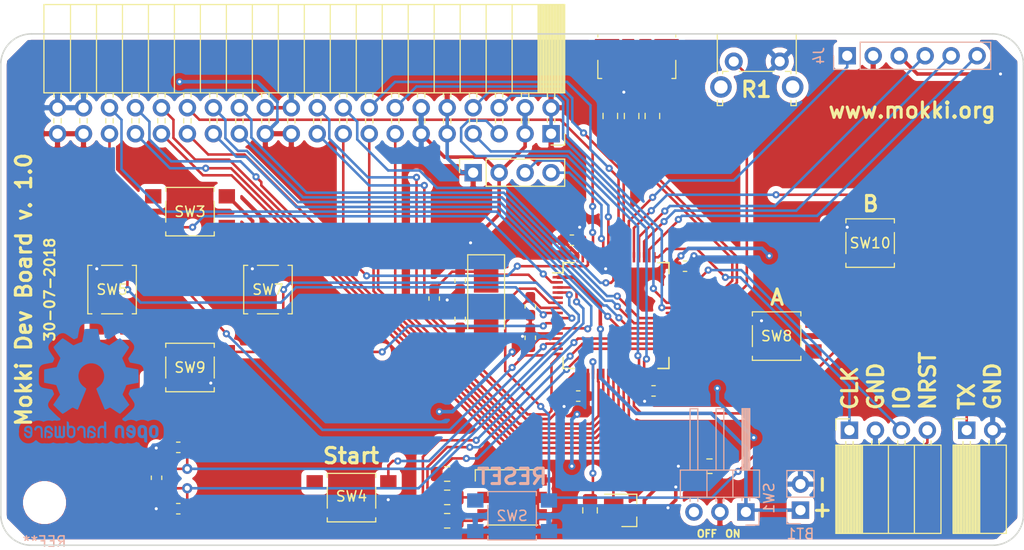
<source format=kicad_pcb>
(kicad_pcb (version 20171130) (host pcbnew 5.0.0)
  (layers (0 F.Cu signal) (31 B.Cu signal) (34 B.Paste user) (35 F.Paste user) (36 B.SilkS user) (37 F.SilkS user) (38 B.Mask user) (39 F.Mask user) (44 Edge.Cuts user))
  (net 0 "")
  (net 1 +BATT)
  (net 2 GND)
  (net 3 "Net-(C1-Pad1)")
  (net 4 "Net-(C2-Pad1)")
  (net 5 "Net-(C3-Pad1)")
  (net 6 "Net-(C4-Pad1)")
  (net 7 VCC)
  (net 8 /NRST)
  (net 9 "Net-(D1-Pad1)")
  (net 10 "Net-(D1-Pad2)")
  (net 11 "Net-(D1-Pad3)")
  (net 12 "Net-(J1-Pad2)")
  (net 13 "Net-(J1-Pad3)")
  (net 14 "Net-(J1-Pad6)")
  (net 15 /SWD_CLK)
  (net 16 /SWD_IO)
  (net 17 /I2C1_SCL)
  (net 18 /I2C1_SDA)
  (net 19 /GPIO_PD2)
  (net 20 /UART4_RX)
  (net 21 /UART4_TX)
  (net 22 /GPIO_PA15)
  (net 23 /USART5_TX)
  (net 24 /I2C2_SCL)
  (net 25 /USART1_RX)
  (net 26 /I2C2_SDA)
  (net 27 /USART1_TX)
  (net 28 /SPI1_SCK)
  (net 29 /SPI3_SCK)
  (net 30 /SPI1_MISO)
  (net 31 /SPI3_MISO)
  (net 32 /SPI1_MOSI)
  (net 33 /SPI3_MOSI)
  (net 34 /USART2_TX)
  (net 35 /USART2_RX)
  (net 36 /GPIO_PC8_T)
  (net 37 /GPIO_PC9_T)
  (net 38 /GPIO_PC6_T)
  (net 39 /GPIO_PC7_T)
  (net 40 /GPIO_PB9_T)
  (net 41 /GPIO_PB8_T)
  (net 42 /GPIO_PB1_AT)
  (net 43 /GPIO_PC5_A)
  (net 44 /GPIO_PB0_AT)
  (net 45 /GPIO_PC4_A)
  (net 46 /GPIO_PA1_AT)
  (net 47 /GPIO_PC3_A)
  (net 48 "Net-(LS1-Pad2)")
  (net 49 "Net-(Q1-Pad2)")
  (net 50 /DAC)
  (net 51 /GPIO_PB13)
  (net 52 /GPIO_PB14)
  (net 53 /GPIO_PB15)
  (net 54 /USB_DM)
  (net 55 /USB_DP)
  (net 56 /GPIO_PC13)
  (net 57 /GPIO_PA0)
  (net 58 /GPIO_PC0)
  (net 59 /GPIO_PA8)
  (net 60 /GPIO_PC1)
  (net 61 /GPIO_PB12)
  (net 62 /GPIO_PC2)
  (net 63 /GPIO_PB2)
  (module Crystal:Crystal_C38-LF_D3.0mm_L8.0mm_Horizontal-no-drawing (layer F.Cu) (at 116.732433 124.427231 90)
    (fp_text reference Y2 hide)
    (fp_text value 32k768)
    (pad 2 thru_hole circle (at 1.9 0 90) (size 1 1) (drill 0.5) (layers *.Cu *.Mask) (net 6 "Net-(C4-Pad1)"))
    (pad 1 thru_hole circle (at 0 0 90) (size 1 1) (drill 0.5) (layers *.Cu *.Mask) (net 4 "Net-(C2-Pad1)"))
  )
  (module Package_QFP:LQFP-64_10x10mm_P0.5mm (layer F.Cu) (at 158.66 107.54)
    (fp_text reference U1 hide)
    (fp_text value STM32F103RCTx)
    (pad 64 smd rect (at -3.75 -5.7 90) (size 1 0.25) (layers F.Cu F.Paste F.Mask) (net 7 VCC))
    (pad 63 smd rect (at -3.25 -5.7 90) (size 1 0.25) (layers F.Cu F.Paste F.Mask) (net 2 GND))
    (pad 62 smd rect (at -2.75 -5.7 90) (size 1 0.25) (layers F.Cu F.Paste F.Mask) (net 40 /GPIO_PB9_T))
    (pad 61 smd rect (at -2.25 -5.7 90) (size 1 0.25) (layers F.Cu F.Paste F.Mask) (net 41 /GPIO_PB8_T))
    (pad 60 smd rect (at -1.75 -5.7 90) (size 1 0.25) (layers F.Cu F.Paste F.Mask) (net 2 GND))
    (pad 59 smd rect (at -1.25 -5.7 90) (size 1 0.25) (layers F.Cu F.Paste F.Mask) (net 18 /I2C1_SDA))
    (pad 58 smd rect (at -0.75 -5.7 90) (size 1 0.25) (layers F.Cu F.Paste F.Mask) (net 17 /I2C1_SCL))
    (pad 57 smd rect (at -0.25 -5.7 90) (size 1 0.25) (layers F.Cu F.Paste F.Mask) (net 33 /SPI3_MOSI))
    (pad 56 smd rect (at 0.25 -5.7 90) (size 1 0.25) (layers F.Cu F.Paste F.Mask) (net 31 /SPI3_MISO))
    (pad 55 smd rect (at 0.75 -5.7 90) (size 1 0.25) (layers F.Cu F.Paste F.Mask) (net 29 /SPI3_SCK))
    (pad 54 smd rect (at 1.25 -5.7 90) (size 1 0.25) (layers F.Cu F.Paste F.Mask) (net 19 /GPIO_PD2))
    (pad 53 smd rect (at 1.75 -5.7 90) (size 1 0.25) (layers F.Cu F.Paste F.Mask) (net 23 /USART5_TX))
    (pad 52 smd rect (at 2.25 -5.7 90) (size 1 0.25) (layers F.Cu F.Paste F.Mask) (net 20 /UART4_RX))
    (pad 51 smd rect (at 2.75 -5.7 90) (size 1 0.25) (layers F.Cu F.Paste F.Mask) (net 21 /UART4_TX))
    (pad 50 smd rect (at 3.25 -5.7 90) (size 1 0.25) (layers F.Cu F.Paste F.Mask) (net 22 /GPIO_PA15))
    (pad 49 smd rect (at 3.75 -5.7 90) (size 1 0.25) (layers F.Cu F.Paste F.Mask) (net 15 /SWD_CLK))
    (pad 48 smd rect (at 5.7 -3.75) (size 1 0.25) (layers F.Cu F.Paste F.Mask) (net 7 VCC))
    (pad 47 smd rect (at 5.7 -3.25) (size 1 0.25) (layers F.Cu F.Paste F.Mask) (net 2 GND))
    (pad 46 smd rect (at 5.7 -2.75) (size 1 0.25) (layers F.Cu F.Paste F.Mask) (net 16 /SWD_IO))
    (pad 45 smd rect (at 5.7 -2.25) (size 1 0.25) (layers F.Cu F.Paste F.Mask) (net 55 /USB_DP))
    (pad 44 smd rect (at 5.7 -1.75) (size 1 0.25) (layers F.Cu F.Paste F.Mask) (net 54 /USB_DM))
    (pad 43 smd rect (at 5.7 -1.25) (size 1 0.25) (layers F.Cu F.Paste F.Mask) (net 25 /USART1_RX))
    (pad 42 smd rect (at 5.7 -0.75) (size 1 0.25) (layers F.Cu F.Paste F.Mask) (net 27 /USART1_TX))
    (pad 41 smd rect (at 5.7 -0.25) (size 1 0.25) (layers F.Cu F.Paste F.Mask) (net 59 /GPIO_PA8))
    (pad 40 smd rect (at 5.7 0.25) (size 1 0.25) (layers F.Cu F.Paste F.Mask) (net 37 /GPIO_PC9_T))
    (pad 39 smd rect (at 5.7 0.75) (size 1 0.25) (layers F.Cu F.Paste F.Mask) (net 36 /GPIO_PC8_T))
    (pad 38 smd rect (at 5.7 1.25) (size 1 0.25) (layers F.Cu F.Paste F.Mask) (net 39 /GPIO_PC7_T))
    (pad 37 smd rect (at 5.7 1.75) (size 1 0.25) (layers F.Cu F.Paste F.Mask) (net 38 /GPIO_PC6_T))
    (pad 36 smd rect (at 5.7 2.25) (size 1 0.25) (layers F.Cu F.Paste F.Mask) (net 53 /GPIO_PB15))
    (pad 35 smd rect (at 5.7 2.75) (size 1 0.25) (layers F.Cu F.Paste F.Mask) (net 52 /GPIO_PB14))
    (pad 34 smd rect (at 5.7 3.25) (size 1 0.25) (layers F.Cu F.Paste F.Mask) (net 51 /GPIO_PB13))
    (pad 33 smd rect (at 5.7 3.75) (size 1 0.25) (layers F.Cu F.Paste F.Mask) (net 61 /GPIO_PB12))
    (pad 32 smd rect (at 3.75 5.7 90) (size 1 0.25) (layers F.Cu F.Paste F.Mask) (net 7 VCC))
    (pad 31 smd rect (at 3.25 5.7 90) (size 1 0.25) (layers F.Cu F.Paste F.Mask) (net 2 GND))
    (pad 30 smd rect (at 2.75 5.7 90) (size 1 0.25) (layers F.Cu F.Paste F.Mask) (net 26 /I2C2_SDA))
    (pad 29 smd rect (at 2.25 5.7 90) (size 1 0.25) (layers F.Cu F.Paste F.Mask) (net 24 /I2C2_SCL))
    (pad 28 smd rect (at 1.75 5.7 90) (size 1 0.25) (layers F.Cu F.Paste F.Mask) (net 63 /GPIO_PB2))
    (pad 27 smd rect (at 1.25 5.7 90) (size 1 0.25) (layers F.Cu F.Paste F.Mask) (net 42 /GPIO_PB1_AT))
    (pad 26 smd rect (at 0.75 5.7 90) (size 1 0.25) (layers F.Cu F.Paste F.Mask) (net 44 /GPIO_PB0_AT))
    (pad 25 smd rect (at 0.25 5.7 90) (size 1 0.25) (layers F.Cu F.Paste F.Mask) (net 43 /GPIO_PC5_A))
    (pad 24 smd rect (at -0.25 5.7 90) (size 1 0.25) (layers F.Cu F.Paste F.Mask) (net 45 /GPIO_PC4_A))
    (pad 23 smd rect (at -0.75 5.7 90) (size 1 0.25) (layers F.Cu F.Paste F.Mask) (net 32 /SPI1_MOSI))
    (pad 22 smd rect (at -1.25 5.7 90) (size 1 0.25) (layers F.Cu F.Paste F.Mask) (net 30 /SPI1_MISO))
    (pad 21 smd rect (at -1.75 5.7 90) (size 1 0.25) (layers F.Cu F.Paste F.Mask) (net 28 /SPI1_SCK))
    (pad 20 smd rect (at -2.25 5.7 90) (size 1 0.25) (layers F.Cu F.Paste F.Mask) (net 50 /DAC))
    (pad 19 smd rect (at -2.75 5.7 90) (size 1 0.25) (layers F.Cu F.Paste F.Mask) (net 7 VCC))
    (pad 18 smd rect (at -3.25 5.7 90) (size 1 0.25) (layers F.Cu F.Paste F.Mask) (net 2 GND))
    (pad 17 smd rect (at -3.75 5.7 90) (size 1 0.25) (layers F.Cu F.Paste F.Mask) (net 35 /USART2_RX))
    (pad 16 smd rect (at -5.7 3.75) (size 1 0.25) (layers F.Cu F.Paste F.Mask) (net 34 /USART2_TX))
    (pad 15 smd rect (at -5.7 3.25) (size 1 0.25) (layers F.Cu F.Paste F.Mask) (net 46 /GPIO_PA1_AT))
    (pad 14 smd rect (at -5.7 2.75) (size 1 0.25) (layers F.Cu F.Paste F.Mask) (net 57 /GPIO_PA0))
    (pad 13 smd rect (at -5.7 2.25) (size 1 0.25) (layers F.Cu F.Paste F.Mask) (net 7 VCC))
    (pad 12 smd rect (at -5.7 1.75) (size 1 0.25) (layers F.Cu F.Paste F.Mask) (net 2 GND))
    (pad 11 smd rect (at -5.7 1.25) (size 1 0.25) (layers F.Cu F.Paste F.Mask) (net 47 /GPIO_PC3_A))
    (pad 10 smd rect (at -5.7 0.75) (size 1 0.25) (layers F.Cu F.Paste F.Mask) (net 62 /GPIO_PC2))
    (pad 9 smd rect (at -5.7 0.25) (size 1 0.25) (layers F.Cu F.Paste F.Mask) (net 60 /GPIO_PC1))
    (pad 8 smd rect (at -5.7 -0.25) (size 1 0.25) (layers F.Cu F.Paste F.Mask) (net 58 /GPIO_PC0))
    (pad 7 smd rect (at -5.7 -0.75) (size 1 0.25) (layers F.Cu F.Paste F.Mask) (net 8 /NRST))
    (pad 6 smd rect (at -5.7 -1.25) (size 1 0.25) (layers F.Cu F.Paste F.Mask) (net 5 "Net-(C3-Pad1)"))
    (pad 5 smd rect (at -5.7 -1.75) (size 1 0.25) (layers F.Cu F.Paste F.Mask) (net 3 "Net-(C1-Pad1)"))
    (pad 4 smd rect (at -5.7 -2.25) (size 1 0.25) (layers F.Cu F.Paste F.Mask) (net 6 "Net-(C4-Pad1)"))
    (pad 3 smd rect (at -5.7 -2.75) (size 1 0.25) (layers F.Cu F.Paste F.Mask) (net 4 "Net-(C2-Pad1)"))
    (pad 2 smd rect (at -5.7 -3.25) (size 1 0.25) (layers F.Cu F.Paste F.Mask) (net 56 /GPIO_PC13))
    (pad 1 smd rect (at -5.7 -3.75) (size 1 0.25) (layers F.Cu F.Paste F.Mask) (net 1 +BATT))
  )
  (module Capacitor_SMD:C_0603_1608Metric_Pad1.05x0.95mm_HandSolder (layer F.Cu) (at 143.42 104.125 270)
    (fp_text reference C1 hide)
    (fp_text value 22p)
    (pad 1 smd roundrect (at -0.875 0 270) (size 1.05 0.95) (layers F.Cu F.Paste F.Mask) (net 3 "Net-(C1-Pad1)"))
    (pad 2 smd roundrect (at 0.875 0 270) (size 1.05 0.95) (layers F.Cu F.Paste F.Mask) (net 2 GND))
  )
  (module Capacitor_SMD:C_0603_1608Metric_Pad1.05x0.95mm_HandSolder (layer F.Cu) (at 115.857433 126.427231 180)
    (fp_text reference C2 hide)
    (fp_text value 100p)
    (pad 2 smd roundrect (at 0.875 0 180) (size 1.05 0.95) (layers F.Cu F.Paste F.Mask) (net 2 GND))
    (pad 1 smd roundrect (at -0.875 0 180) (size 1.05 0.95) (layers F.Cu F.Paste F.Mask) (net 4 "Net-(C2-Pad1)"))
  )
  (module Capacitor_SMD:C_0603_1608Metric_Pad1.05x0.95mm_HandSolder (layer F.Cu) (at 143.42 107.874 90)
    (fp_text reference C3 hide)
    (fp_text value 22p)
    (pad 2 smd roundrect (at 0.875 0 90) (size 1.05 0.95) (layers F.Cu F.Paste F.Mask) (net 2 GND))
    (pad 1 smd roundrect (at -0.875 0 90) (size 1.05 0.95) (layers F.Cu F.Paste F.Mask) (net 5 "Net-(C3-Pad1)"))
  )
  (module Capacitor_SMD:C_0603_1608Metric_Pad1.05x0.95mm_HandSolder (layer F.Cu) (at 115.857433 120.427231 180)
    (fp_text reference C4 hide)
    (fp_text value 100p)
    (pad 1 smd roundrect (at -0.875 0 180) (size 1.05 0.95) (layers F.Cu F.Paste F.Mask) (net 6 "Net-(C4-Pad1)"))
    (pad 2 smd roundrect (at 0.875 0 180) (size 1.05 0.95) (layers F.Cu F.Paste F.Mask) (net 2 GND))
  )
  (module Capacitor_SMD:C_0805_2012Metric_Pad1.15x1.40mm_HandSolder (layer F.Cu) (at 167.795 122.272 180)
    (fp_text reference C9 hide)
    (fp_text value 10u)
    (pad 2 smd roundrect (at 1.025 0 180) (size 1.15 1.4) (layers F.Cu F.Paste F.Mask) (roundrect_rratio 0.217391) (net 2 GND))
    (pad 1 smd roundrect (at -1.025 0 180) (size 1.15 1.4) (layers F.Cu F.Paste F.Mask) (roundrect_rratio 0.217391) (net 7 VCC))
  )
  (module LED_SMD:LED_RGB_5050-6 (layer F.Cu) (at 148.5 125.32)
    (fp_text reference D1 hide)
    (fp_text value LED_RGB)
    (pad 6 smd rect (at 2.4 -1.7 90) (size 1.1 2) (layers F.Cu F.Paste F.Mask) (net 7 VCC))
    (pad 5 smd rect (at 2.4 0 90) (size 1.1 2) (layers F.Cu F.Paste F.Mask) (net 7 VCC))
    (pad 4 smd rect (at 2.4 1.7 90) (size 1.1 2) (layers F.Cu F.Paste F.Mask) (net 7 VCC))
    (pad 3 smd rect (at -2.4 1.7 90) (size 1.1 2) (layers F.Cu F.Paste F.Mask) (net 11 "Net-(D1-Pad3)"))
    (pad 2 smd rect (at -2.4 0 90) (size 1.1 2) (layers F.Cu F.Paste F.Mask) (net 10 "Net-(D1-Pad2)"))
    (pad 1 smd rect (at -2.4 -1.7 90) (size 1.1 2) (layers F.Cu F.Paste F.Mask) (net 9 "Net-(D1-Pad1)"))
  )
  (module Connector_USB:USB_Micro-B_Molex_47346-0001 (layer F.Cu) (at 160.692 82.648 180)
    (fp_text reference J1 hide)
    (fp_text value USB_B_Micro)
    (pad 6 smd rect (at 0.84 1.2 180) (size 1.175 1.9) (layers F.Cu F.Paste F.Mask) (net 14 "Net-(J1-Pad6)"))
    (pad 6 smd rect (at -0.84 1.2 180) (size 1.175 1.9) (layers F.Cu F.Paste F.Mask) (net 14 "Net-(J1-Pad6)"))
    (pad 6 smd rect (at 2.91 1.2 180) (size 2.375 1.9) (layers F.Cu F.Paste F.Mask) (net 14 "Net-(J1-Pad6)"))
    (pad 6 smd rect (at -2.91 1.2 180) (size 2.375 1.9) (layers F.Cu F.Paste F.Mask) (net 14 "Net-(J1-Pad6)"))
    (pad 6 smd rect (at 2.4625 -1.1 180) (size 1.475 2.1) (layers F.Cu F.Paste F.Mask) (net 14 "Net-(J1-Pad6)"))
    (pad 6 smd rect (at -2.4625 -1.1 180) (size 1.475 2.1) (layers F.Cu F.Paste F.Mask) (net 14 "Net-(J1-Pad6)"))
    (pad 5 smd rect (at 1.3 -1.46 180) (size 0.45 1.38) (layers F.Cu F.Paste F.Mask) (net 2 GND))
    (pad 4 smd rect (at 0.65 -1.46 180) (size 0.45 1.38) (layers F.Cu F.Paste F.Mask))
    (pad 3 smd rect (at 0 -1.46 180) (size 0.45 1.38) (layers F.Cu F.Paste F.Mask) (net 13 "Net-(J1-Pad3)"))
    (pad 2 smd rect (at -0.65 -1.46 180) (size 0.45 1.38) (layers F.Cu F.Paste F.Mask) (net 12 "Net-(J1-Pad2)"))
    (pad 1 smd rect (at -1.3 -1.46 180) (size 0.45 1.38) (layers F.Cu F.Paste F.Mask))
  )
  (module Connector_PinSocket_2.54mm:PinSocket_1x04_P2.54mm_Horizontal (layer F.Cu) (at 181.484 118.749 90)
    (fp_text reference J2 hide)
    (fp_text value "SWD connector")
    (pad 4 thru_hole oval (at 0 7.62 90) (size 1.7 1.7) (drill 1) (layers *.Cu *.Mask) (net 8 /NRST))
    (pad 3 thru_hole oval (at 0 5.08 90) (size 1.7 1.7) (drill 1) (layers *.Cu *.Mask) (net 16 /SWD_IO))
    (pad 2 thru_hole oval (at 0 2.54 90) (size 1.7 1.7) (drill 1) (layers *.Cu *.Mask) (net 2 GND))
    (pad 1 thru_hole rect (at 0 0 90) (size 1.7 1.7) (drill 1) (layers *.Cu *.Mask) (net 15 /SWD_CLK))
  )
  (module Connector_PinSocket_2.54mm:PinSocket_1x04_P2.54mm_Vertical (layer F.Cu) (at 144.69 93.57 90)
    (fp_text reference J3 hide)
    (fp_text value OLED_Connector)
    (pad 4 thru_hole oval (at 0 7.62 90) (size 1.7 1.7) (drill 1) (layers *.Cu *.Mask) (net 18 /I2C1_SDA))
    (pad 3 thru_hole oval (at 0 5.08 90) (size 1.7 1.7) (drill 1) (layers *.Cu *.Mask) (net 17 /I2C1_SCL))
    (pad 2 thru_hole oval (at 0 2.54 90) (size 1.7 1.7) (drill 1) (layers *.Cu *.Mask) (net 2 GND))
    (pad 1 thru_hole rect (at 0 0 90) (size 1.7 1.7) (drill 1) (layers *.Cu *.Mask) (net 7 VCC))
  )
  (module Connector_PinSocket_2.54mm:PinSocket_1x02_P2.54mm_Horizontal (layer F.Cu) (at 192.95 118.749 90)
    (fp_text reference J5 hide)
    (fp_text value DEBUG_Conn)
    (pad 2 thru_hole oval (at 0 2.54 90) (size 1.7 1.7) (drill 1) (layers *.Cu *.Mask) (net 2 GND))
    (pad 1 thru_hole rect (at 0 0 90) (size 1.7 1.7) (drill 1) (layers *.Cu *.Mask) (net 23 /USART5_TX))
  )
  (module Connector_PinSocket_2.54mm:PinSocket_2x20_P2.54mm_Horizontal (layer F.Cu) (at 152.31 89.76 270)
    (fp_text reference J6 hide)
    (fp_text value "User port")
    (pad 40 thru_hole oval (at -2.54 48.26 270) (size 1.7 1.7) (drill 1) (layers *.Cu *.Mask) (net 2 GND))
    (pad 39 thru_hole oval (at 0 48.26 270) (size 1.7 1.7) (drill 1) (layers *.Cu *.Mask) (net 7 VCC))
    (pad 38 thru_hole oval (at -2.54 45.72 270) (size 1.7 1.7) (drill 1) (layers *.Cu *.Mask) (net 2 GND))
    (pad 37 thru_hole oval (at 0 45.72 270) (size 1.7 1.7) (drill 1) (layers *.Cu *.Mask) (net 7 VCC))
    (pad 36 thru_hole oval (at -2.54 43.18 270) (size 1.7 1.7) (drill 1) (layers *.Cu *.Mask) (net 47 /GPIO_PC3_A))
    (pad 35 thru_hole oval (at 0 43.18 270) (size 1.7 1.7) (drill 1) (layers *.Cu *.Mask) (net 46 /GPIO_PA1_AT))
    (pad 34 thru_hole oval (at -2.54 40.64 270) (size 1.7 1.7) (drill 1) (layers *.Cu *.Mask) (net 45 /GPIO_PC4_A))
    (pad 33 thru_hole oval (at 0 40.64 270) (size 1.7 1.7) (drill 1) (layers *.Cu *.Mask) (net 44 /GPIO_PB0_AT))
    (pad 32 thru_hole oval (at -2.54 38.1 270) (size 1.7 1.7) (drill 1) (layers *.Cu *.Mask) (net 43 /GPIO_PC5_A))
    (pad 31 thru_hole oval (at 0 38.1 270) (size 1.7 1.7) (drill 1) (layers *.Cu *.Mask) (net 42 /GPIO_PB1_AT))
    (pad 30 thru_hole oval (at -2.54 35.56 270) (size 1.7 1.7) (drill 1) (layers *.Cu *.Mask) (net 41 /GPIO_PB8_T))
    (pad 29 thru_hole oval (at 0 35.56 270) (size 1.7 1.7) (drill 1) (layers *.Cu *.Mask) (net 40 /GPIO_PB9_T))
    (pad 28 thru_hole oval (at -2.54 33.02 270) (size 1.7 1.7) (drill 1) (layers *.Cu *.Mask) (net 39 /GPIO_PC7_T))
    (pad 27 thru_hole oval (at 0 33.02 270) (size 1.7 1.7) (drill 1) (layers *.Cu *.Mask) (net 38 /GPIO_PC6_T))
    (pad 26 thru_hole oval (at -2.54 30.48 270) (size 1.7 1.7) (drill 1) (layers *.Cu *.Mask) (net 37 /GPIO_PC9_T))
    (pad 25 thru_hole oval (at 0 30.48 270) (size 1.7 1.7) (drill 1) (layers *.Cu *.Mask) (net 36 /GPIO_PC8_T))
    (pad 24 thru_hole oval (at -2.54 27.94 270) (size 1.7 1.7) (drill 1) (layers *.Cu *.Mask) (net 2 GND))
    (pad 23 thru_hole oval (at 0 27.94 270) (size 1.7 1.7) (drill 1) (layers *.Cu *.Mask) (net 7 VCC))
    (pad 22 thru_hole oval (at -2.54 25.4 270) (size 1.7 1.7) (drill 1) (layers *.Cu *.Mask) (net 2 GND))
    (pad 21 thru_hole oval (at 0 25.4 270) (size 1.7 1.7) (drill 1) (layers *.Cu *.Mask) (net 7 VCC))
    (pad 20 thru_hole oval (at -2.54 22.86 270) (size 1.7 1.7) (drill 1) (layers *.Cu *.Mask) (net 35 /USART2_RX))
    (pad 19 thru_hole oval (at 0 22.86 270) (size 1.7 1.7) (drill 1) (layers *.Cu *.Mask) (net 34 /USART2_TX))
    (pad 18 thru_hole oval (at -2.54 20.32 270) (size 1.7 1.7) (drill 1) (layers *.Cu *.Mask) (net 33 /SPI3_MOSI))
    (pad 17 thru_hole oval (at 0 20.32 270) (size 1.7 1.7) (drill 1) (layers *.Cu *.Mask) (net 32 /SPI1_MOSI))
    (pad 16 thru_hole oval (at -2.54 17.78 270) (size 1.7 1.7) (drill 1) (layers *.Cu *.Mask) (net 31 /SPI3_MISO))
    (pad 15 thru_hole oval (at 0 17.78 270) (size 1.7 1.7) (drill 1) (layers *.Cu *.Mask) (net 30 /SPI1_MISO))
    (pad 14 thru_hole oval (at -2.54 15.24 270) (size 1.7 1.7) (drill 1) (layers *.Cu *.Mask) (net 29 /SPI3_SCK))
    (pad 13 thru_hole oval (at 0 15.24 270) (size 1.7 1.7) (drill 1) (layers *.Cu *.Mask) (net 28 /SPI1_SCK))
    (pad 12 thru_hole oval (at -2.54 12.7 270) (size 1.7 1.7) (drill 1) (layers *.Cu *.Mask) (net 2 GND))
    (pad 11 thru_hole oval (at 0 12.7 270) (size 1.7 1.7) (drill 1) (layers *.Cu *.Mask) (net 2 GND))
    (pad 10 thru_hole oval (at -2.54 10.16 270) (size 1.7 1.7) (drill 1) (layers *.Cu *.Mask) (net 7 VCC))
    (pad 9 thru_hole oval (at 0 10.16 270) (size 1.7 1.7) (drill 1) (layers *.Cu *.Mask) (net 7 VCC))
    (pad 8 thru_hole oval (at -2.54 7.62 270) (size 1.7 1.7) (drill 1) (layers *.Cu *.Mask) (net 27 /USART1_TX))
    (pad 7 thru_hole oval (at 0 7.62 270) (size 1.7 1.7) (drill 1) (layers *.Cu *.Mask) (net 26 /I2C2_SDA))
    (pad 6 thru_hole oval (at -2.54 5.08 270) (size 1.7 1.7) (drill 1) (layers *.Cu *.Mask) (net 25 /USART1_RX))
    (pad 5 thru_hole oval (at 0 5.08 270) (size 1.7 1.7) (drill 1) (layers *.Cu *.Mask) (net 24 /I2C2_SCL))
    (pad 4 thru_hole oval (at -2.54 2.54 270) (size 1.7 1.7) (drill 1) (layers *.Cu *.Mask) (net 2 GND))
    (pad 3 thru_hole oval (at 0 2.54 270) (size 1.7 1.7) (drill 1) (layers *.Cu *.Mask) (net 2 GND))
    (pad 2 thru_hole oval (at -2.54 0 270) (size 1.7 1.7) (drill 1) (layers *.Cu *.Mask) (net 7 VCC))
    (pad 1 thru_hole rect (at 0 0 270) (size 1.7 1.7) (drill 1) (layers *.Cu *.Mask) (net 7 VCC))
  )
  (module Package_TO_SOT_SMD:SOT-23_Handsoldering (layer F.Cu) (at 159.93 126.59)
    (fp_text reference Q1 hide)
    (fp_text value BC847B)
    (pad 3 smd rect (at 1.5 0) (size 1.9 0.8) (layers F.Cu F.Paste F.Mask) (net 2 GND))
    (pad 2 smd rect (at -1.5 0.95) (size 1.9 0.8) (layers F.Cu F.Paste F.Mask) (net 49 "Net-(Q1-Pad2)"))
    (pad 1 smd rect (at -1.5 -0.95) (size 1.9 0.8) (layers F.Cu F.Paste F.Mask) (net 48 "Net-(LS1-Pad2)"))
  )
  (module Resistor_SMD:R_0805_2012Metric_Pad1.15x1.40mm_HandSolder (layer F.Cu) (at 156.12 126.59 90)
    (fp_text reference R3 hide)
    (fp_text value 1k)
    (pad 1 smd roundrect (at -1.025 0 90) (size 1.15 1.4) (layers F.Cu F.Paste F.Mask) (roundrect_rratio 0.217391) (net 49 "Net-(Q1-Pad2)"))
    (pad 2 smd roundrect (at 1.025 0 90) (size 1.15 1.4) (layers F.Cu F.Paste F.Mask) (roundrect_rratio 0.217391) (net 50 /DAC))
  )
  (module Resistor_SMD:R_0805_2012Metric_Pad1.15x1.40mm_HandSolder (layer F.Cu) (at 142.15 123.034 180)
    (fp_text reference R4 hide)
    (fp_text value 50R)
    (pad 2 smd roundrect (at 1.025 0 180) (size 1.15 1.4) (layers F.Cu F.Paste F.Mask) (roundrect_rratio 0.217391) (net 51 /GPIO_PB13))
    (pad 1 smd roundrect (at -1.025 0 180) (size 1.15 1.4) (layers F.Cu F.Paste F.Mask) (roundrect_rratio 0.217391) (net 9 "Net-(D1-Pad1)"))
  )
  (module Resistor_SMD:R_0805_2012Metric_Pad1.15x1.40mm_HandSolder (layer F.Cu) (at 142.15 125.32 180)
    (fp_text reference R5 hide)
    (fp_text value 50R)
    (pad 1 smd roundrect (at -1.025 0 180) (size 1.15 1.4) (layers F.Cu F.Paste F.Mask) (roundrect_rratio 0.217391) (net 10 "Net-(D1-Pad2)"))
    (pad 2 smd roundrect (at 1.025 0 180) (size 1.15 1.4) (layers F.Cu F.Paste F.Mask) (roundrect_rratio 0.217391) (net 52 /GPIO_PB14))
  )
  (module Resistor_SMD:R_0805_2012Metric_Pad1.15x1.40mm_HandSolder (layer F.Cu) (at 142.15 127.606 180)
    (fp_text reference R6 hide)
    (fp_text value 50R)
    (pad 2 smd roundrect (at 1.025 0 180) (size 1.15 1.4) (layers F.Cu F.Paste F.Mask) (roundrect_rratio 0.217391) (net 53 /GPIO_PB15))
    (pad 1 smd roundrect (at -1.025 0 180) (size 1.15 1.4) (layers F.Cu F.Paste F.Mask) (roundrect_rratio 0.217391) (net 11 "Net-(D1-Pad3)"))
  )
  (module Resistor_SMD:R_0805_2012Metric_Pad1.15x1.40mm_HandSolder (layer F.Cu) (at 158.1012 88.0238 90)
    (fp_text reference R7 hide)
    (fp_text value 10K)
    (pad 1 smd roundrect (at -1.025 0 90) (size 1.15 1.4) (layers F.Cu F.Paste F.Mask) (roundrect_rratio 0.217391) (net 7 VCC))
    (pad 2 smd roundrect (at 1.025 0 90) (size 1.15 1.4) (layers F.Cu F.Paste F.Mask) (roundrect_rratio 0.217391) (net 13 "Net-(J1-Pad3)"))
  )
  (module Resistor_SMD:R_0805_2012Metric_Pad1.15x1.40mm_HandSolder (layer F.Cu) (at 162.216 88.028 90)
    (fp_text reference R8 hide)
    (fp_text value 22R)
    (pad 2 smd roundrect (at 1.025 0 90) (size 1.15 1.4) (layers F.Cu F.Paste F.Mask) (roundrect_rratio 0.217391) (net 12 "Net-(J1-Pad2)"))
    (pad 1 smd roundrect (at -1.025 0 90) (size 1.15 1.4) (layers F.Cu F.Paste F.Mask) (roundrect_rratio 0.217391) (net 54 /USB_DM))
  )
  (module Resistor_SMD:R_0805_2012Metric_Pad1.15x1.40mm_HandSolder (layer F.Cu) (at 160.184 88.028 90)
    (fp_text reference R9 hide)
    (fp_text value 22R)
    (pad 1 smd roundrect (at -1.025 0 90) (size 1.15 1.4) (layers F.Cu F.Paste F.Mask) (roundrect_rratio 0.217391) (net 55 /USB_DP))
    (pad 2 smd roundrect (at 1.025 0 90) (size 1.15 1.4) (layers F.Cu F.Paste F.Mask) (roundrect_rratio 0.217391) (net 13 "Net-(J1-Pad3)"))
  )
  (module Connector_PinHeader_2.54mm:PinHeader_1x03_P2.54mm_Horizontal (layer B.Cu) (at 171.36 126.749 90)
    (fp_text reference SW1 (at 1.365 2.27 90) (layer B.SilkS) (effects (justify mirror)))
    (fp_text value SW_PWR)
    (pad 3 thru_hole oval (at 0 -5.08 90) (size 1.7 1.7) (drill 1) (layers *.Cu *.Mask))
    (pad 2 thru_hole oval (at 0 -2.54 90) (size 1.7 1.7) (drill 1) (layers *.Cu *.Mask) (net 7 VCC))
    (pad 1 thru_hole rect (at 0 0 90) (size 1.7 1.7) (drill 1) (layers *.Cu *.Mask) (net 1 +BATT))
  )
  (module Button_Switch_SMD:SW_SPST_TL3305B (layer F.Cu) (at 117.004 97.38 180)
    (fp_text reference SW3 (at 0 0 180) (layer F.SilkS))
    (fp_text value BTN_UP)
    (pad 2 smd rect (at -3.6 1.5 180) (size 1.6 1.4) (layers F.Cu F.Paste F.Mask) (net 2 GND))
    (pad 2 smd rect (at 3.6 1.5 180) (size 1.6 1.4) (layers F.Cu F.Paste F.Mask) (net 2 GND))
    (pad 1 smd rect (at -3.6 -1.5 180) (size 1.6 1.4) (layers F.Cu F.Paste F.Mask) (net 56 /GPIO_PC13))
    (pad 1 smd rect (at 3.6 -1.5 180) (size 1.6 1.4) (layers F.Cu F.Paste F.Mask) (net 56 /GPIO_PC13))
  )
  (module Button_Switch_SMD:SW_SPST_TL3305B (layer F.Cu) (at 132.796 125.344)
    (fp_text reference SW4 (at 0 -0.129) (layer F.SilkS))
    (fp_text value BTN_HOME)
    (pad 2 smd rect (at -3.6 1.5) (size 1.6 1.4) (layers F.Cu F.Paste F.Mask) (net 2 GND))
    (pad 2 smd rect (at 3.6 1.5) (size 1.6 1.4) (layers F.Cu F.Paste F.Mask) (net 2 GND))
    (pad 1 smd rect (at -3.6 -1.5) (size 1.6 1.4) (layers F.Cu F.Paste F.Mask) (net 57 /GPIO_PA0))
    (pad 1 smd rect (at 3.6 -1.5) (size 1.6 1.4) (layers F.Cu F.Paste F.Mask) (net 57 /GPIO_PA0))
  )
  (module Button_Switch_SMD:SW_SPST_TL3305B (layer F.Cu) (at 109.384 105 270)
    (fp_text reference SW5 (at 0 0) (layer F.SilkS))
    (fp_text value BTN_LEFT)
    (pad 1 smd rect (at 3.6 -1.5 270) (size 1.6 1.4) (layers F.Cu F.Paste F.Mask) (net 58 /GPIO_PC0))
    (pad 1 smd rect (at -3.6 -1.5 270) (size 1.6 1.4) (layers F.Cu F.Paste F.Mask) (net 58 /GPIO_PC0))
    (pad 2 smd rect (at 3.6 1.5 270) (size 1.6 1.4) (layers F.Cu F.Paste F.Mask) (net 2 GND))
    (pad 2 smd rect (at -3.6 1.5 270) (size 1.6 1.4) (layers F.Cu F.Paste F.Mask) (net 2 GND))
  )
  (module Button_Switch_THT:SW_Tactile_SPST_Angled_PTS645Vx58-2LFS (layer F.Cu) (at 170.172 82.698)
    (fp_text reference SW6 hide)
    (fp_text value BTN_R1)
    (pad "" thru_hole circle (at -1.25 2.49) (size 2.1 2.1) (drill 1.3) (layers *.Cu *.Mask))
    (pad 1 thru_hole circle (at 0 0) (size 1.75 1.75) (drill 0.99) (layers *.Cu *.Mask) (net 59 /GPIO_PA8))
    (pad 2 thru_hole circle (at 4.5 0) (size 1.75 1.75) (drill 0.99) (layers *.Cu *.Mask) (net 2 GND))
    (pad "" thru_hole circle (at 5.76 2.49) (size 2.1 2.1) (drill 1.3) (layers *.Cu *.Mask))
  )
  (module Button_Switch_SMD:SW_SPST_TL3305B (layer F.Cu) (at 124.624 105 270)
    (fp_text reference SW7 (at 0 0) (layer F.SilkS))
    (fp_text value BTN_RIGHT)
    (pad 2 smd rect (at -3.6 1.5 270) (size 1.6 1.4) (layers F.Cu F.Paste F.Mask) (net 2 GND))
    (pad 2 smd rect (at 3.6 1.5 270) (size 1.6 1.4) (layers F.Cu F.Paste F.Mask) (net 2 GND))
    (pad 1 smd rect (at -3.6 -1.5 270) (size 1.6 1.4) (layers F.Cu F.Paste F.Mask) (net 60 /GPIO_PC1))
    (pad 1 smd rect (at 3.6 -1.5 270) (size 1.6 1.4) (layers F.Cu F.Paste F.Mask) (net 60 /GPIO_PC1))
  )
  (module Button_Switch_SMD:SW_SPST_TL3305B (layer F.Cu) (at 174.364 109.548 180)
    (fp_text reference SW8 (at 0 0 180) (layer F.SilkS))
    (fp_text value BTN_A)
    (pad 1 smd rect (at 3.6 -1.5 180) (size 1.6 1.4) (layers F.Cu F.Paste F.Mask) (net 61 /GPIO_PB12))
    (pad 1 smd rect (at -3.6 -1.5 180) (size 1.6 1.4) (layers F.Cu F.Paste F.Mask) (net 61 /GPIO_PB12))
    (pad 2 smd rect (at 3.6 1.5 180) (size 1.6 1.4) (layers F.Cu F.Paste F.Mask) (net 2 GND))
    (pad 2 smd rect (at -3.6 1.5 180) (size 1.6 1.4) (layers F.Cu F.Paste F.Mask) (net 2 GND))
  )
  (module Button_Switch_SMD:SW_SPST_TL3305B (layer F.Cu) (at 117.004 112.62)
    (fp_text reference SW9 (at 0 0) (layer F.SilkS))
    (fp_text value BTN_DOWN)
    (pad 1 smd rect (at 3.6 -1.5) (size 1.6 1.4) (layers F.Cu F.Paste F.Mask) (net 62 /GPIO_PC2))
    (pad 1 smd rect (at -3.6 -1.5) (size 1.6 1.4) (layers F.Cu F.Paste F.Mask) (net 62 /GPIO_PC2))
    (pad 2 smd rect (at 3.6 1.5) (size 1.6 1.4) (layers F.Cu F.Paste F.Mask) (net 2 GND))
    (pad 2 smd rect (at -3.6 1.5) (size 1.6 1.4) (layers F.Cu F.Paste F.Mask) (net 2 GND))
  )
  (module Button_Switch_SMD:SW_SPST_TL3305B (layer F.Cu) (at 183.508 100.452 180)
    (fp_text reference SW10 (at 0 0) (layer F.SilkS))
    (fp_text value BTN_B)
    (pad 2 smd rect (at -3.6 1.5 180) (size 1.6 1.4) (layers F.Cu F.Paste F.Mask) (net 2 GND))
    (pad 2 smd rect (at 3.6 1.5 180) (size 1.6 1.4) (layers F.Cu F.Paste F.Mask) (net 2 GND))
    (pad 1 smd rect (at -3.6 -1.5 180) (size 1.6 1.4) (layers F.Cu F.Paste F.Mask) (net 63 /GPIO_PB2))
    (pad 1 smd rect (at 3.6 -1.5 180) (size 1.6 1.4) (layers F.Cu F.Paste F.Mask) (net 63 /GPIO_PB2))
  )
  (module Crystal:Crystal_SMD_5032-2Pin_5.0x3.2mm_HandSoldering (layer F.Cu) (at 145.96 106.149 270)
    (fp_text reference Y1 hide)
    (fp_text value 12M0)
    (pad 2 smd rect (at 2.6 0 270) (size 3.5 2.4) (layers F.Cu F.Paste F.Mask) (net 5 "Net-(C3-Pad1)"))
    (pad 1 smd rect (at -2.6 0 270) (size 3.5 2.4) (layers F.Cu F.Paste F.Mask) (net 3 "Net-(C1-Pad1)"))
  )
  (module TestPoint:tp-smd-2pad (layer F.Cu) (at 159.422 122.78 180)
    (fp_text reference LS1 hide)
    (fp_text value Speaker)
    (pad 2 smd roundrect (at 1.016 0 180) (size 1.524 1.524) (layers F.Cu F.Paste F.Mask) (net 48 "Net-(LS1-Pad2)"))
    (pad 1 smd roundrect (at -1.016 0 180) (size 1.524 1.524) (layers F.Cu F.Paste F.Mask) (net 7 VCC))
  )
  (module Capacitor_SMD:C_0603_1608Metric_Pad1.05x0.95mm_HandSolder (layer F.Cu) (at 165.405 102.714)
    (fp_text reference C5 hide)
    (fp_text value 100n)
    (pad 1 smd roundrect (at -0.875 0) (size 1.05 0.95) (layers F.Cu F.Paste F.Mask) (net 7 VCC))
    (pad 2 smd roundrect (at 0.875 0) (size 1.05 0.95) (layers F.Cu F.Paste F.Mask) (net 2 GND))
  )
  (module Capacitor_SMD:C_0603_1608Metric_Pad1.05x0.95mm_HandSolder (layer F.Cu) (at 154.963 115.414 180)
    (fp_text reference C6 hide)
    (fp_text value 100n)
    (pad 2 smd roundrect (at 0.875 0 180) (size 1.05 0.95) (layers F.Cu F.Paste F.Mask) (net 2 GND))
    (pad 1 smd roundrect (at -0.875 0 180) (size 1.05 0.95) (layers F.Cu F.Paste F.Mask) (net 7 VCC))
  )
  (module Capacitor_SMD:C_0603_1608Metric_Pad1.05x0.95mm_HandSolder (layer F.Cu) (at 162.329 114.906 180)
    (fp_text reference C7 hide)
    (fp_text value 100n)
    (pad 2 smd roundrect (at 0.875 0 180) (size 1.05 0.95) (layers F.Cu F.Paste F.Mask) (net 2 GND))
    (pad 1 smd roundrect (at -0.875 0 180) (size 1.05 0.95) (layers F.Cu F.Paste F.Mask) (net 7 VCC))
  )
  (module Capacitor_SMD:C_0603_1608Metric_Pad1.05x0.95mm_HandSolder (layer F.Cu) (at 154.342 100.174)
    (fp_text reference C8 hide)
    (fp_text value 100n)
    (pad 1 smd roundrect (at -0.875 0) (size 1.05 0.95) (layers F.Cu F.Paste F.Mask) (net 7 VCC))
    (pad 2 smd roundrect (at 0.875 0) (size 1.05 0.95) (layers F.Cu F.Paste F.Mask) (net 2 GND))
  )
  (module Capacitor_SMD:C_0603_1608Metric_Pad1.05x0.95mm_HandSolder (layer F.Cu) (at 150.278 109.713 90)
    (fp_text reference C10 hide)
    (fp_text value 100n)
    (pad 2 smd roundrect (at 0.875 0 90) (size 1.05 0.95) (layers F.Cu F.Paste F.Mask) (net 2 GND))
    (pad 1 smd roundrect (at -0.875 0 90) (size 1.05 0.95) (layers F.Cu F.Paste F.Mask) (net 7 VCC))
  )
  (module Capacitor_SMD:C_0603_1608Metric_Pad1.05x0.95mm_HandSolder (layer F.Cu) (at 150.278 106.637 270)
    (fp_text reference C11 hide)
    (fp_text value 100n)
    (pad 1 smd roundrect (at -0.875 0 270) (size 1.05 0.95) (layers F.Cu F.Paste F.Mask) (net 8 /NRST))
    (pad 2 smd roundrect (at 0.875 0 270) (size 1.05 0.95) (layers F.Cu F.Paste F.Mask) (net 2 GND))
  )
  (module Resistor_SMD:R_0603_1608Metric_Pad1.05x0.95mm_HandSolder (layer F.Cu) (at 140.88 105.875 90)
    (fp_text reference R1 hide)
    (fp_text value R_Small)
    (pad 1 smd roundrect (at -0.875 0 90) (size 1.05 0.95) (layers F.Cu F.Paste F.Mask) (net 5 "Net-(C3-Pad1)"))
    (pad 2 smd roundrect (at 0.875 0 90) (size 1.05 0.95) (layers F.Cu F.Paste F.Mask) (net 3 "Net-(C1-Pad1)"))
  )
  (module Resistor_SMD:R_0603_1608Metric_Pad1.05x0.95mm_HandSolder (layer F.Cu) (at 113.732433 123.402231 270)
    (fp_text reference R2 hide)
    (fp_text value R_Small)
    (pad 2 smd roundrect (at 0.875 0 270) (size 1.05 0.95) (layers F.Cu F.Paste F.Mask) (net 4 "Net-(C2-Pad1)"))
    (pad 1 smd roundrect (at -0.875 0 270) (size 1.05 0.95) (layers F.Cu F.Paste F.Mask) (net 6 "Net-(C4-Pad1)"))
  )
  (module Connector_PinHeader_2.54mm:PinHeader_1x02_P2.54mm_Vertical (layer B.Cu) (at 176.694 126.5646)
    (fp_text reference BT1 (at 0 2.33) (layer B.SilkS) (effects (justify mirror)))
    (fp_text value Battery)
    (pad 1 thru_hole rect (at 0 0) (size 1.7 1.7) (drill 1) (layers *.Cu *.Mask) (net 1 +BATT))
    (pad 2 thru_hole oval (at 0 -2.54) (size 1.7 1.7) (drill 1) (layers *.Cu *.Mask) (net 2 GND))
  )
  (module Button_Switch_SMD:SW_SPST_TL3305B (layer B.Cu) (at 148.5 127.122 180)
    (fp_text reference SW2 (at 0 0 180) (layer B.SilkS) (effects (justify mirror)))
    (fp_text value BTN_RST)
    (pad 1 smd rect (at 3.6 1.5 180) (size 1.6 1.4) (layers B.Cu B.Paste B.Mask) (net 8 /NRST))
    (pad 1 smd rect (at -3.6 1.5 180) (size 1.6 1.4) (layers B.Cu B.Paste B.Mask) (net 8 /NRST))
    (pad 2 smd rect (at 3.6 -1.5 180) (size 1.6 1.4) (layers B.Cu B.Paste B.Mask) (net 2 GND))
    (pad 2 smd rect (at -3.6 -1.5 180) (size 1.6 1.4) (layers B.Cu B.Paste B.Mask) (net 2 GND))
  )
  (module Connector_PinSocket_2.54mm:PinSocket_1x06_P2.54mm_Vertical (layer B.Cu) (at 181.266 82.14 270)
    (fp_text reference J4 (at 0 2.77 270) (layer B.SilkS) (effects (justify mirror)))
    (fp_text value BLE_Connector)
    (pad 1 thru_hole rect (at 0 0 270) (size 1.7 1.7) (drill 1) (layers *.Cu *.Mask) (net 19 /GPIO_PD2))
    (pad 2 thru_hole oval (at 0 -2.54 270) (size 1.7 1.7) (drill 1) (layers *.Cu *.Mask) (net 7 VCC))
    (pad 3 thru_hole oval (at 0 -5.08 270) (size 1.7 1.7) (drill 1) (layers *.Cu *.Mask) (net 2 GND))
    (pad 4 thru_hole oval (at 0 -7.62 270) (size 1.7 1.7) (drill 1) (layers *.Cu *.Mask) (net 20 /UART4_RX))
    (pad 5 thru_hole oval (at 0 -10.16 270) (size 1.7 1.7) (drill 1) (layers *.Cu *.Mask) (net 21 /UART4_TX))
    (pad 6 thru_hole oval (at 0 -12.7 270) (size 1.7 1.7) (drill 1) (layers *.Cu *.Mask) (net 22 /GPIO_PA15))
  )
  (module Symbol:OSHW-Logo2_14.6x12mm_Copper (layer B.Cu) (at 107.352 114.398 180)
    (fp_text reference REF** hide)
    (fp_text value OSHW-Logo2_14.6x12mm_Copper hide)
    (fp_poly (pts (xy 0.209014 5.547002) (xy 0.367006 5.546137) (xy 0.481347 5.543795) (xy 0.559407 5.539238) (xy 0.608554 5.53173) (xy 0.636159 5.520534) (xy 0.649592 5.504912) (xy 0.656221 5.484127) (xy 0.656865 5.481437) (xy 0.666935 5.432887) (xy 0.685575 5.337095) (xy 0.710845 5.204257) (xy 0.740807 5.044569) (xy 0.773522 4.868226) (xy 0.774664 4.862033) (xy 0.807433 4.689218) (xy 0.838093 4.536531) (xy 0.864664 4.413129) (xy 0.885167 4.328169) (xy 0.897626 4.29081) (xy 0.89822 4.290148) (xy 0.934919 4.271905) (xy 1.010586 4.241503) (xy 1.108878 4.205507) (xy 1.109425 4.205315) (xy 1.233233 4.158778) (xy 1.379196 4.099496) (xy 1.516781 4.039891) (xy 1.523293 4.036944) (xy 1.74739 3.935235) (xy 2.243619 4.274103) (xy 2.395846 4.377408) (xy 2.533741 4.469763) (xy 2.649315 4.545916) (xy 2.734579 4.600615) (xy 2.781544 4.628607) (xy 2.786004 4.630683) (xy 2.820134 4.62144) (xy 2.883881 4.576844) (xy 2.979731 4.494791) (xy 3.110169 4.373179) (xy 3.243328 4.243795) (xy 3.371694 4.116298) (xy 3.486581 3.999954) (xy 3.581073 3.901948) (xy 3.648253 3.829464) (xy 3.681206 3.789687) (xy 3.682432 3.787639) (xy 3.686074 3.760344) (xy 3.67235 3.715766) (xy 3.637869 3.647888) (xy 3.579239 3.550689) (xy 3.49307 3.418149) (xy 3.3782 3.247524) (xy 3.276254 3.097345) (xy 3.185123 2.96265) (xy 3.110073 2.85126) (xy 3.056369 2.770995) (xy 3.02928 2.729675) (xy 3.027574 2.72687) (xy 3.030882 2.687279) (xy 3.055953 2.610331) (xy 3.097798 2.510568) (xy 3.112712 2.478709) (xy 3.177786 2.336774) (xy 3.247212 2.175727) (xy 3.303609 2.036379) (xy 3.344247 1.932956) (xy 3.376526 1.854358) (xy 3.395178 1.81328) (xy 3.397497 1.810115) (xy 3.431803 1.804872) (xy 3.512669 1.790506) (xy 3.629343 1.769063) (xy 3.771075 1.742587) (xy 3.92711 1.713123) (xy 4.086698 1.682717) (xy 4.239085 1.653412) (xy 4.373521 1.627255) (xy 4.479252 1.60629) (xy 4.545526 1.592561) (xy 4.561782 1.58868) (xy 4.578573 1.5791) (xy 4.591249 1.557464) (xy 4.600378 1.516469) (xy 4.606531 1.448811) (xy 4.61028 1.347188) (xy 4.612192 1.204297) (xy 4.61284 1.012835) (xy 4.612874 0.934355) (xy 4.612874 0.296094) (xy 4.459598 0.26584) (xy 4.374322 0.249436) (xy 4.24707 0.225491) (xy 4.093315 0.196893) (xy 3.928534 0.166533) (xy 3.882989 0.158194) (xy 3.730932 0.12863) (xy 3.598468 0.099558) (xy 3.496714 0.073671) (xy 3.436788 0.053663) (xy 3.426805 0.047699) (xy 3.402293 0.005466) (xy 3.367148 -0.07637) (xy 3.328173 -0.181683) (xy 3.320442 -0.204368) (xy 3.26936 -0.345018) (xy 3.205954 -0.503714) (xy 3.143904 -0.646225) (xy 3.143598 -0.646886) (xy 3.040267 -0.87044) (xy 3.719961 -1.870232) (xy 3.283621 -2.3073) (xy 3.151649 -2.437381) (xy 3.031279 -2.552048) (xy 2.929273 -2.645181) (xy 2.852391 -2.710658) (xy 2.807393 -2.742357) (xy 2.800938 -2.744368) (xy 2.76304 -2.728529) (xy 2.685708 -2.684496) (xy 2.577389 -2.61749) (xy 2.446532 -2.532734) (xy 2.305052 -2.437816) (xy 2.161461 -2.340998) (xy 2.033435 -2.256751) (xy 1.929105 -2.190258) (xy 1.8566 -2.146702) (xy 1.824158 -2.131264) (xy 1.784576 -2.144328) (xy 1.709519 -2.17875) (xy 1.614468 -2.22738) (xy 1.604392 -2.232785) (xy 1.476391 -2.29698) (xy 1.388618 -2.328463) (xy 1.334028 -2.328798) (xy 1.305575 -2.299548) (xy 1.30541 -2.299138) (xy 1.291188 -2.264498) (xy 1.257269 -2.182269) (xy 1.206284 -2.058814) (xy 1.140862 -1.900498) (xy 1.063634 -1.713686) (xy 0.977229 -1.504742) (xy 0.893551 -1.302446) (xy 0.801588 -1.0792) (xy 0.71715 -0.872392) (xy 0.642769 -0.688362) (xy 0.580974 -0.533451) (xy 0.534297 -0.413996) (xy 0.505268 -0.336339) (xy 0.496322 -0.307356) (xy 0.518756 -0.27411) (xy 0.577439 -0.221123) (xy 0.655689 -0.162704) (xy 0.878534 0.022048) (xy 1.052718 0.233818) (xy 1.176154 0.468144) (xy 1.246754 0.720566) (xy 1.262431 0.986623) (xy 1.251036 1.109425) (xy 1.18895 1.364207) (xy 1.082023 1.589199) (xy 0.936889 1.782183) (xy 0.760178 1.940939) (xy 0.558522 2.06325) (xy 0.338554 2.146895) (xy 0.106906 2.189656) (xy -0.129791 2.189313) (xy -0.364905 2.143648) (xy -0.591804 2.050441) (xy -0.803856 1.907473) (xy -0.892364 1.826617) (xy -1.062111 1.618993) (xy -1.180301 1.392105) (xy -1.247722 1.152567) (xy -1.26516 0.906993) (xy -1.233402 0.661997) (xy -1.153235 0.424192) (xy -1.025445 0.200193) (xy -0.85082 -0.003387) (xy -0.655688 -0.162704) (xy -0.574409 -0.223602) (xy -0.516991 -0.276015) (xy -0.496322 -0.307406) (xy -0.507144 -0.341639) (xy -0.537923 -0.423419) (xy -0.586126 -0.546407) (xy -0.649222 -0.704263) (xy -0.724678 -0.890649) (xy -0.809962 -1.099226) (xy -0.893781 -1.302496) (xy -0.986255 -1.525933) (xy -1.071911 -1.732984) (xy -1.148118 -1.917286) (xy -1.212247 -2.072475) (xy -1.261668 -2.192188) (xy -1.293752 -2.270061) (xy -1.305641 -2.299138) (xy -1.333726 -2.328677) (xy -1.388051 -2.328591) (xy -1.475605 -2.297326) (xy -1.603381 -2.233329) (xy -1.604392 -2.232785) (xy -1.700598 -2.183121) (xy -1.778369 -2.146945) (xy -1.822223 -2.131408) (xy -1.824158 -2.131264) (xy -1.857171 -2.147024) (xy -1.930054 -2.19085) (xy -2.034678 -2.257557) (xy -2.16291 -2.341964) (xy -2.305052 -2.437816) (xy -2.449767 -2.534867) (xy -2.580196 -2.61927) (xy -2.68789 -2.685801) (xy -2.764402 -2.729238) (xy -2.800938 -2.744368) (xy -2.834582 -2.724482) (xy -2.902224 -2.668903) (xy -2.997107 -2.583754) (xy -3.11247 -2.475153) (xy -3.241555 -2.349221) (xy -3.283771 -2.307149) (xy -3.720261 -1.869931) (xy -3.388023 -1.38234) (xy -3.287054 -1.232605) (xy -3.198438 -1.09822) (xy -3.127146 -0.986969) (xy -3.07815 -0.906639) (xy -3.056422 -0.865014) (xy -3.055785 -0.862053) (xy -3.06724 -0.822818) (xy -3.098051 -0.743895) (xy -3.142884 -0.638509) (xy -3.174353 -0.567954) (xy -3.233192 -0.432876) (xy -3.288604 -0.296409) (xy -3.331564 -0.181103) (xy -3.343234 -0.145977) (xy -3.376389 -0.052174) (xy -3.408799 0.020306) (xy -3.426601 0.047699) (xy -3.465886 0.064464) (xy -3.551626 0.08823) (xy -3.672697 0.116303) (xy -3.817973 0.145991) (xy -3.882988 0.158194) (xy -4.048087 0.188532) (xy -4.206448 0.217907) (xy -4.342596 0.243431) (xy -4.441057 0.262215) (xy -4.459598 0.26584) (xy -4.612873 0.296094) (xy -4.612873 0.934355) (xy -4.612529 1.14423) (xy -4.611116 1.30302) (xy -4.608064 1.418027) (xy -4.602803 1.496554) (xy -4.594763 1.545904) (xy -4.583373 1.573381) (xy -4.568063 1.586287) (xy -4.561782 1.58868) (xy -4.523896 1.597167) (xy -4.440195 1.6141) (xy -4.321433 1.637434) (xy -4.178361 1.665125) (xy -4.021732 1.695127) (xy -3.862297 1.725396) (xy -3.710809 1.753885) (xy -3.578019 1.778551) (xy -3.474681 1.797349) (xy -3.411545 1.808233) (xy -3.397497 1.810115) (xy -3.38477 1.835296) (xy -3.3566 1.902378) (xy -3.318252 1.998667) (xy -3.303609 2.036379) (xy -3.244548 2.182079) (xy -3.175 2.343049) (xy -3.112712 2.478709) (xy -3.066879 2.582439) (xy -3.036387 2.667674) (xy -3.026208 2.719874) (xy -3.027831 2.72687) (xy -3.049343 2.759898) (xy -3.098465 2.833357) (xy -3.169923 2.939423) (xy -3.258445 3.070274) (xy -3.358759 3.218088) (xy -3.378594 3.247266) (xy -3.494988 3.420137) (xy -3.580548 3.551774) (xy -3.638684 3.648239) (xy -3.672808 3.715592) (xy -3.686331 3.759894) (xy -3.682664 3.787206) (xy -3.68257 3.78738) (xy -3.653707 3.823254) (xy -3.589867 3.892609) (xy -3.497969 3.988255) (xy -3.384933 4.103001) (xy -3.257679 4.229659) (xy -3.243328 4.243795) (xy -3.082957 4.399097) (xy -2.959195 4.51313) (xy -2.869555 4.587998) (xy -2.811552 4.625804) (xy -2.786004 4.630683) (xy -2.748718 4.609397) (xy -2.671343 4.560227) (xy -2.561867 4.488425) (xy -2.42828 4.399245) (xy -2.27857 4.297937) (xy -2.243618 4.274103) (xy -1.74739 3.935235) (xy -1.523293 4.036944) (xy -1.387011 4.096217) (xy -1.240724 4.15583) (xy -1.114965 4.20336) (xy -1.109425 4.205315) (xy -1.011057 4.241323) (xy -0.935229 4.271771) (xy -0.898282 4.290095) (xy -0.89822 4.290148) (xy -0.886496 4.323271) (xy -0.866568 4.404733) (xy -0.840413 4.525375) (xy -0.81001 4.676041) (xy -0.777337 4.847572) (xy -0.774664 4.862033) (xy -0.74189 5.038765) (xy -0.711802 5.19919) (xy -0.686339 5.333112) (xy -0.667441 5.430337) (xy -0.657047 5.480668) (xy -0.656865 5.481437) (xy -0.650539 5.502847) (xy -0.638239 5.519012) (xy -0.612594 5.530669) (xy -0.566235 5.538555) (xy -0.491792 5.543407) (xy -0.381895 5.545961) (xy -0.229175 5.546955) (xy -0.026262 5.547126) (xy 0 5.547126) (xy 0.209014 5.547002)) (layer B.Cu) (width 0.01))
    (fp_poly (pts (xy 6.343439 -3.95654) (xy 6.45895 -4.032034) (xy 6.514664 -4.099617) (xy 6.558804 -4.222255) (xy 6.562309 -4.319298) (xy 6.554368 -4.449056) (xy 6.255115 -4.580039) (xy 6.109611 -4.646958) (xy 6.014537 -4.70079) (xy 5.965101 -4.747416) (xy 5.956511 -4.79272) (xy 5.983972 -4.842582) (xy 6.014253 -4.875632) (xy 6.102363 -4.928633) (xy 6.198196 -4.932347) (xy 6.286212 -4.891041) (xy 6.350869 -4.808983) (xy 6.362433 -4.780008) (xy 6.417825 -4.689509) (xy 6.481553 -4.65094) (xy 6.568966 -4.617946) (xy 6.568966 -4.743034) (xy 6.561238 -4.828156) (xy 6.530966 -4.899938) (xy 6.467518 -4.982356) (xy 6.458088 -4.993066) (xy 6.387513 -5.066391) (xy 6.326847 -5.105742) (xy 6.25095 -5.123845) (xy 6.18803 -5.129774) (xy 6.075487 -5.131251) (xy 5.99537 -5.112535) (xy 5.94539 -5.084747) (xy 5.866838 -5.023641) (xy 5.812463 -4.957554) (xy 5.778052 -4.874441) (xy 5.759388 -4.762254) (xy 5.752256 -4.608946) (xy 5.751687 -4.531136) (xy 5.753622 -4.437853) (xy 5.929899 -4.437853) (xy 5.931944 -4.487896) (xy 5.937039 -4.496092) (xy 5.970666 -4.484958) (xy 6.04303 -4.455493) (xy 6.139747 -4.413601) (xy 6.159973 -4.404597) (xy 6.282203 -4.342442) (xy 6.349547 -4.287815) (xy 6.364348 -4.236649) (xy 6.328947 -4.184876) (xy 6.299711 -4.162) (xy 6.194216 -4.11625) (xy 6.095476 -4.123808) (xy 6.012812 -4.179651) (xy 5.955548 -4.278753) (xy 5.937188 -4.357414) (xy 5.929899 -4.437853) (xy 5.753622 -4.437853) (xy 5.755459 -4.349351) (xy 5.769359 -4.214853) (xy 5.796894 -4.116916) (xy 5.841572 -4.044811) (xy 5.906901 -3.987813) (xy 5.935383 -3.969393) (xy 6.064763 -3.921422) (xy 6.206412 -3.918403) (xy 6.343439 -3.95654)) (layer B.Cu) (width 0.01))
    (fp_poly (pts (xy 5.33569 -3.940018) (xy 5.370585 -3.955269) (xy 5.453877 -4.021235) (xy 5.525103 -4.116618) (xy 5.569153 -4.218406) (xy 5.576322 -4.268587) (xy 5.552285 -4.338647) (xy 5.499561 -4.375717) (xy 5.443031 -4.398164) (xy 5.417146 -4.4023) (xy 5.404542 -4.372283) (xy 5.379654 -4.306961) (xy 5.368735 -4.277445) (xy 5.307508 -4.175348) (xy 5.218861 -4.124423) (xy 5.105193 -4.125989) (xy 5.096774 -4.127994) (xy 5.036088 -4.156767) (xy 4.991474 -4.212859) (xy 4.961002 -4.303163) (xy 4.942744 -4.434571) (xy 4.934771 -4.613974) (xy 4.934023 -4.709433) (xy 4.933652 -4.859913) (xy 4.931223 -4.962495) (xy 4.92476 -5.027672) (xy 4.912288 -5.065938) (xy 4.891833 -5.087785) (xy 4.861419 -5.103707) (xy 4.859661 -5.104509) (xy 4.801091 -5.129272) (xy 4.772075 -5.138391) (xy 4.767616 -5.110822) (xy 4.763799 -5.03462) (xy 4.760899 -4.919541) (xy 4.759191 -4.775341) (xy 4.758851 -4.669814) (xy 4.760588 -4.465613) (xy 4.767382 -4.310697) (xy 4.781607 -4.196024) (xy 4.805638 -4.112551) (xy 4.841848 -4.051236) (xy 4.892612 -4.003034) (xy 4.942739 -3.969393) (xy 5.063275 -3.924619) (xy 5.203557 -3.914521) (xy 5.33569 -3.940018)) (layer B.Cu) (width 0.01))
    (fp_poly (pts (xy 4.314406 -3.935156) (xy 4.398469 -3.973393) (xy 4.46445 -4.019726) (xy 4.512794 -4.071532) (xy 4.546172 -4.138363) (xy 4.567253 -4.229769) (xy 4.578707 -4.355301) (xy 4.583203 -4.524508) (xy 4.583678 -4.635933) (xy 4.583678 -5.070627) (xy 4.509316 -5.104509) (xy 4.450746 -5.129272) (xy 4.42173 -5.138391) (xy 4.416179 -5.111257) (xy 4.411775 -5.038094) (xy 4.409078 -4.931263) (xy 4.408506 -4.846437) (xy 4.406046 -4.723887) (xy 4.399412 -4.626668) (xy 4.389726 -4.567134) (xy 4.382032 -4.554483) (xy 4.330311 -4.567402) (xy 4.249117 -4.600539) (xy 4.155102 -4.645461) (xy 4.064917 -4.693735) (xy 3.995215 -4.736928) (xy 3.962648 -4.766608) (xy 3.962519 -4.766929) (xy 3.96532 -4.821857) (xy 3.990439 -4.874292) (xy 4.034541 -4.916881) (xy 4.098909 -4.931126) (xy 4.153921 -4.929466) (xy 4.231835 -4.928245) (xy 4.272732 -4.946498) (xy 4.297295 -4.994726) (xy 4.300392 -5.00382) (xy 4.31104 -5.072598) (xy 4.282565 -5.11436) (xy 4.208344 -5.134263) (xy 4.128168 -5.137944) (xy 3.98389 -5.110658) (xy 3.909203 -5.07169) (xy 3.816963 -4.980148) (xy 3.768043 -4.867782) (xy 3.763654 -4.749051) (xy 3.805001 -4.638411) (xy 3.867197 -4.56908) (xy 3.929294 -4.530265) (xy 4.026895 -4.481125) (xy 4.140632 -4.431292) (xy 4.15959 -4.423677) (xy 4.284521 -4.368545) (xy 4.356539 -4.319954) (xy 4.3797 -4.271647) (xy 4.358064 -4.21737) (xy 4.32092 -4.174943) (xy 4.233127 -4.122702) (xy 4.13653 -4.118784) (xy 4.047944 -4.159041) (xy 3.984186 -4.239326) (xy 3.975817 -4.26004) (xy 3.927096 -4.336225) (xy 3.855965 -4.392785) (xy 3.766207 -4.439201) (xy 3.766207 -4.307584) (xy 3.77149 -4.227168) (xy 3.794142 -4.163786) (xy 3.844367 -4.096163) (xy 3.892582 -4.044076) (xy 3.967554 -3.970322) (xy 4.025806 -3.930702) (xy 4.088372 -3.91481) (xy 4.159193 -3.912184) (xy 4.314406 -3.935156)) (layer B.Cu) (width 0.01))
    (fp_poly (pts (xy 3.580124 -3.93984) (xy 3.584579 -4.016653) (xy 3.588071 -4.133391) (xy 3.590315 -4.280821) (xy 3.591035 -4.435455) (xy 3.591035 -4.958727) (xy 3.498645 -5.051117) (xy 3.434978 -5.108047) (xy 3.379089 -5.131107) (xy 3.302702 -5.129647) (xy 3.27238 -5.125934) (xy 3.17761 -5.115126) (xy 3.099222 -5.108933) (xy 3.080115 -5.108361) (xy 3.015699 -5.112102) (xy 2.923571 -5.121494) (xy 2.88785 -5.125934) (xy 2.800114 -5.132801) (xy 2.741153 -5.117885) (xy 2.68269 -5.071835) (xy 2.661585 -5.051117) (xy 2.569195 -4.958727) (xy 2.569195 -3.979947) (xy 2.643558 -3.946066) (xy 2.70759 -3.92097) (xy 2.745052 -3.912184) (xy 2.754657 -3.93995) (xy 2.763635 -4.01753) (xy 2.771386 -4.136348) (xy 2.777314 -4.287828) (xy 2.780173 -4.415805) (xy 2.788161 -4.919425) (xy 2.857848 -4.929278) (xy 2.921229 -4.922389) (xy 2.952286 -4.900083) (xy 2.960967 -4.858379) (xy 2.968378 -4.769544) (xy 2.973931 -4.644834) (xy 2.977036 -4.495507) (xy 2.977484 -4.418661) (xy 2.977931 -3.976287) (xy 3.069874 -3.944235) (xy 3.134949 -3.922443) (xy 3.170347 -3.912281) (xy 3.171368 -3.912184) (xy 3.17492 -3.939809) (xy 3.178823 -4.016411) (xy 3.182751 -4.132579) (xy 3.186376 -4.278904) (xy 3.188908 -4.415805) (xy 3.196897 -4.919425) (xy 3.372069 -4.919425) (xy 3.380107 -4.459965) (xy 3.388146 -4.000505) (xy 3.473543 -3.956344) (xy 3.536593 -3.926019) (xy 3.57391 -3.912258) (xy 3.574987 -3.912184) (xy 3.580124 -3.93984)) (layer B.Cu) (width 0.01))
    (fp_poly (pts (xy 2.393914 -4.154455) (xy 2.393543 -4.372661) (xy 2.392108 -4.540519) (xy 2.389002 -4.66607) (xy 2.383622 -4.757355) (xy 2.375362 -4.822415) (xy 2.363616 -4.869291) (xy 2.347781 -4.906024) (xy 2.33579 -4.926991) (xy 2.23649 -5.040694) (xy 2.110588 -5.111965) (xy 1.971291 -5.137538) (xy 1.831805 -5.11415) (xy 1.748743 -5.072119) (xy 1.661545 -4.999411) (xy 1.602117 -4.910612) (xy 1.566261 -4.79432) (xy 1.549781 -4.639135) (xy 1.547447 -4.525287) (xy 1.547761 -4.517106) (xy 1.751724 -4.517106) (xy 1.75297 -4.647657) (xy 1.758678 -4.73408) (xy 1.771804 -4.790618) (xy 1.795306 -4.831514) (xy 1.823386 -4.862362) (xy 1.917688 -4.921905) (xy 2.01894 -4.926992) (xy 2.114636 -4.877279) (xy 2.122084 -4.870543) (xy 2.153874 -4.835502) (xy 2.173808 -4.793811) (xy 2.1846 -4.731762) (xy 2.188965 -4.635644) (xy 2.189655 -4.529379) (xy 2.188159 -4.39588) (xy 2.181964 -4.306822) (xy 2.168514 -4.248293) (xy 2.145251 -4.206382) (xy 2.126175 -4.184123) (xy 2.037563 -4.127985) (xy 1.935508 -4.121235) (xy 1.838095 -4.164114) (xy 1.819296 -4.180032) (xy 1.787293 -4.215382) (xy 1.767318 -4.257502) (xy 1.756593 -4.320251) (xy 1.752339 -4.417487) (xy 1.751724 -4.517106) (xy 1.547761 -4.517106) (xy 1.554504 -4.341947) (xy 1.578472 -4.204195) (xy 1.623548 -4.100632) (xy 1.693928 -4.019856) (xy 1.748743 -3.978455) (xy 1.848376 -3.933728) (xy 1.963855 -3.912967) (xy 2.071199 -3.918525) (xy 2.131264 -3.940943) (xy 2.154835 -3.947323) (xy 2.170477 -3.923535) (xy 2.181395 -3.859788) (xy 2.189655 -3.762687) (xy 2.198699 -3.654541) (xy 2.211261 -3.589475) (xy 2.234119 -3.552268) (xy 2.274051 -3.527699) (xy 2.299138 -3.516819) (xy 2.394023 -3.477072) (xy 2.393914 -4.154455)) (layer B.Cu) (width 0.01))
    (fp_poly (pts (xy 1.065943 -3.92192) (xy 1.198565 -3.970859) (xy 1.30601 -4.057419) (xy 1.348032 -4.118352) (xy 1.393843 -4.230161) (xy 1.392891 -4.311006) (xy 1.344808 -4.365378) (xy 1.327017 -4.374624) (xy 1.250204 -4.40345) (xy 1.210976 -4.396065) (xy 1.197689 -4.347658) (xy 1.197012 -4.32092) (xy 1.172686 -4.222548) (xy 1.109281 -4.153734) (xy 1.021154 -4.120498) (xy 0.922663 -4.128861) (xy 0.842602 -4.172296) (xy 0.815561 -4.197072) (xy 0.796394 -4.227129) (xy 0.783446 -4.272565) (xy 0.775064 -4.343476) (xy 0.769593 -4.44996) (xy 0.765378 -4.602112) (xy 0.764287 -4.650287) (xy 0.760307 -4.815095) (xy 0.755781 -4.931088) (xy 0.748995 -5.007833) (xy 0.738231 -5.054893) (xy 0.721773 -5.081835) (xy 0.697906 -5.098223) (xy 0.682626 -5.105463) (xy 0.617733 -5.13022) (xy 0.579534 -5.138391) (xy 0.566912 -5.111103) (xy 0.559208 -5.028603) (xy 0.55638 -4.889941) (xy 0.558386 -4.694162) (xy 0.559011 -4.663965) (xy 0.563421 -4.485349) (xy 0.568635 -4.354923) (xy 0.576055 -4.262492) (xy 0.587082 -4.197858) (xy 0.603117 -4.150825) (xy 0.625561 -4.111196) (xy 0.637302 -4.094215) (xy 0.704619 -4.01908) (xy 0.77991 -3.960638) (xy 0.789128 -3.955536) (xy 0.924133 -3.91526) (xy 1.065943 -3.92192)) (layer B.Cu) (width 0.01))
    (fp_poly (pts (xy 0.079944 -3.92436) (xy 0.194343 -3.966842) (xy 0.195652 -3.967658) (xy 0.266403 -4.01973) (xy 0.318636 -4.080584) (xy 0.355371 -4.159887) (xy 0.379634 -4.267309) (xy 0.394445 -4.412517) (xy 0.402829 -4.605179) (xy 0.403564 -4.632628) (xy 0.41412 -5.046521) (xy 0.325291 -5.092456) (xy 0.261018 -5.123498) (xy 0.22221 -5.138206) (xy 0.220415 -5.138391) (xy 0.2137 -5.11125) (xy 0.208365 -5.038041) (xy 0.205083 -4.931081) (xy 0.204368 -4.844469) (xy 0.204351 -4.704162) (xy 0.197937 -4.616051) (xy 0.17558 -4.574025) (xy 0.127732 -4.571975) (xy 0.044849 -4.60379) (xy -0.080287 -4.662272) (xy -0.172303 -4.710845) (xy -0.219629 -4.752986) (xy -0.233542 -4.798916) (xy -0.233563 -4.801189) (xy -0.210605 -4.880311) (xy -0.14263 -4.923055) (xy -0.038602 -4.929246) (xy 0.03633 -4.928172) (xy 0.075839 -4.949753) (xy 0.100478 -5.001591) (xy 0.114659 -5.067632) (xy 0.094223 -5.105104) (xy 0.086528 -5.110467) (xy 0.014083 -5.132006) (xy -0.087367 -5.135055) (xy -0.191843 -5.120778) (xy -0.265875 -5.094688) (xy -0.368228 -5.007785) (xy -0.426409 -4.886816) (xy -0.437931 -4.792308) (xy -0.429138 -4.707062) (xy -0.39732 -4.637476) (xy -0.334316 -4.575672) (xy -0.231969 -4.513772) (xy -0.082118 -4.443897) (xy -0.072988 -4.439948) (xy 0.061997 -4.377588) (xy 0.145294 -4.326446) (xy 0.180997 -4.280488) (xy 0.173203 -4.233683) (xy 0.126007 -4.179998) (xy 0.111894 -4.167644) (xy 0.017359 -4.119741) (xy -0.080594 -4.121758) (xy -0.165903 -4.168724) (xy -0.222504 -4.255669) (xy -0.227763 -4.272734) (xy -0.278977 -4.355504) (xy -0.343963 -4.395372) (xy -0.437931 -4.434882) (xy -0.437931 -4.332658) (xy -0.409347 -4.184072) (xy -0.324505 -4.047784) (xy -0.280355 -4.002191) (xy -0.179995 -3.943674) (xy -0.052365 -3.917184) (xy 0.079944 -3.92436)) (layer B.Cu) (width 0.01))
    (fp_poly (pts (xy -1.255402 -3.723857) (xy -1.246846 -3.843188) (xy -1.237019 -3.913506) (xy -1.223401 -3.944179) (xy -1.203473 -3.944571) (xy -1.197011 -3.94091) (xy -1.11106 -3.914398) (xy -0.999255 -3.915946) (xy -0.885586 -3.943199) (xy -0.81449 -3.978455) (xy -0.741595 -4.034778) (xy -0.688307 -4.098519) (xy -0.651725 -4.17951) (xy -0.62895 -4.287586) (xy -0.617081 -4.43258) (xy -0.613218 -4.624326) (xy -0.613149 -4.661109) (xy -0.613103 -5.074288) (xy -0.705046 -5.106339) (xy -0.770348 -5.128144) (xy -0.806176 -5.138297) (xy -0.80723 -5.138391) (xy -0.810758 -5.11086) (xy -0.813761 -5.034923) (xy -0.81601 -4.920565) (xy -0.817276 -4.777769) (xy -0.817471 -4.690951) (xy -0.817877 -4.519773) (xy -0.819968 -4.397088) (xy -0.825053 -4.313) (xy -0.83444 -4.257614) (xy -0.849439 -4.221032) (xy -0.871358 -4.193359) (xy -0.885043 -4.180032) (xy -0.979051 -4.126328) (xy -1.081636 -4.122307) (xy -1.17471 -4.167725) (xy -1.191922 -4.184123) (xy -1.217168 -4.214957) (xy -1.23468 -4.251531) (xy -1.245858 -4.304415) (xy -1.252104 -4.384177) (xy -1.254818 -4.501385) (xy -1.255402 -4.662991) (xy -1.255402 -5.074288) (xy -1.347345 -5.106339) (xy -1.412647 -5.128144) (xy -1.448475 -5.138297) (xy -1.449529 -5.138391) (xy -1.452225 -5.110448) (xy -1.454655 -5.03163) (xy -1.456722 -4.909453) (xy -1.458329 -4.751432) (xy -1.459377 -4.565083) (xy -1.459769 -4.35792) (xy -1.45977 -4.348706) (xy -1.45977 -3.55902) (xy -1.364885 -3.518997) (xy -1.27 -3.478973) (xy -1.255402 -3.723857)) (layer B.Cu) (width 0.01))
    (fp_poly (pts (xy -3.684448 -3.884676) (xy -3.569342 -3.962111) (xy -3.480389 -4.073949) (xy -3.427251 -4.216265) (xy -3.416503 -4.321015) (xy -3.417724 -4.364726) (xy -3.427944 -4.398194) (xy -3.456039 -4.428179) (xy -3.510884 -4.46144) (xy -3.601355 -4.504738) (xy -3.736328 -4.564833) (xy -3.737011 -4.565134) (xy -3.861249 -4.622037) (xy -3.963127 -4.672565) (xy -4.032233 -4.71128) (xy -4.058154 -4.73274) (xy -4.058161 -4.732913) (xy -4.035315 -4.779644) (xy -3.981891 -4.831154) (xy -3.920558 -4.868261) (xy -3.889485 -4.875632) (xy -3.804711 -4.850138) (xy -3.731707 -4.786291) (xy -3.696087 -4.716094) (xy -3.66182 -4.664343) (xy -3.594697 -4.605409) (xy -3.515792 -4.554496) (xy -3.446179 -4.526809) (xy -3.431623 -4.525287) (xy -3.415237 -4.550321) (xy -3.41425 -4.614311) (xy -3.426292 -4.700593) (xy -3.448993 -4.792501) (xy -3.479986 -4.873369) (xy -3.481552 -4.876509) (xy -3.574819 -5.006734) (xy -3.695696 -5.095311) (xy -3.832973 -5.138786) (xy -3.97544 -5.133706) (xy -4.111888 -5.076616) (xy -4.117955 -5.072602) (xy -4.22529 -4.975326) (xy -4.295868 -4.848409) (xy -4.334926 -4.681526) (xy -4.340168 -4.634639) (xy -4.349452 -4.413329) (xy -4.338322 -4.310124) (xy -4.058161 -4.310124) (xy -4.054521 -4.374503) (xy -4.034611 -4.393291) (xy -3.984974 -4.379235) (xy -3.906733 -4.346009) (xy -3.819274 -4.304359) (xy -3.817101 -4.303256) (xy -3.74297 -4.264265) (xy -3.713219 -4.238244) (xy -3.720555 -4.210965) (xy -3.751447 -4.175121) (xy -3.83004 -4.123251) (xy -3.914677 -4.119439) (xy -3.990597 -4.157189) (xy -4.043035 -4.230001) (xy -4.058161 -4.310124) (xy -4.338322 -4.310124) (xy -4.330356 -4.236261) (xy -4.281366 -4.095829) (xy -4.213164 -3.997447) (xy -4.090065 -3.89803) (xy -3.954472 -3.848711) (xy -3.816045 -3.845568) (xy -3.684448 -3.884676)) (layer B.Cu) (width 0.01))
    (fp_poly (pts (xy -5.951779 -3.866015) (xy -5.814939 -3.937968) (xy -5.713949 -4.053766) (xy -5.678075 -4.128213) (xy -5.650161 -4.239992) (xy -5.635871 -4.381227) (xy -5.634516 -4.535371) (xy -5.645405 -4.685879) (xy -5.667847 -4.816205) (xy -5.70115 -4.909803) (xy -5.711385 -4.925922) (xy -5.832618 -5.046249) (xy -5.976613 -5.118317) (xy -6.132861 -5.139408) (xy -6.290852 -5.106802) (xy -6.33482 -5.087253) (xy -6.420444 -5.027012) (xy -6.495592 -4.947135) (xy -6.502694 -4.937004) (xy -6.531561 -4.888181) (xy -6.550643 -4.83599) (xy -6.561916 -4.767285) (xy -6.567355 -4.668918) (xy -6.568938 -4.527744) (xy -6.568965 -4.496092) (xy -6.568893 -4.486019) (xy -6.277011 -4.486019) (xy -6.275313 -4.619256) (xy -6.268628 -4.707674) (xy -6.254575 -4.764785) (xy -6.230771 -4.804102) (xy -6.218621 -4.817241) (xy -6.148764 -4.867172) (xy -6.080941 -4.864895) (xy -6.012365 -4.821584) (xy -5.971465 -4.775346) (xy -5.947242 -4.707857) (xy -5.933639 -4.601433) (xy -5.932706 -4.58902) (xy -5.930384 -4.396147) (xy -5.95465 -4.2529) (xy -6.005176 -4.16016) (xy -6.081632 -4.118807) (xy -6.108924 -4.116552) (xy -6.180589 -4.127893) (xy -6.22961 -4.167184) (xy -6.259582 -4.242326) (xy -6.274101 -4.361222) (xy -6.277011 -4.486019) (xy -6.568893 -4.486019) (xy -6.567878 -4.345659) (xy -6.563312 -4.240549) (xy -6.553312 -4.167714) (xy -6.535921 -4.114108) (xy -6.509184 -4.066681) (xy -6.503276 -4.057864) (xy -6.403968 -3.939007) (xy -6.295758 -3.870008) (xy -6.164019 -3.842619) (xy -6.119283 -3.841281) (xy -5.951779 -3.866015)) (layer B.Cu) (width 0.01))
    (fp_poly (pts (xy -2.582571 -3.877719) (xy -2.488877 -3.931914) (xy -2.423736 -3.985707) (xy -2.376093 -4.042066) (xy -2.343272 -4.110987) (xy -2.322594 -4.202468) (xy -2.31138 -4.326506) (xy -2.306951 -4.493098) (xy -2.306437 -4.612851) (xy -2.306437 -5.053659) (xy -2.430517 -5.109283) (xy -2.554598 -5.164907) (xy -2.569195 -4.682095) (xy -2.575227 -4.501779) (xy -2.581555 -4.370901) (xy -2.589394 -4.280511) (xy -2.599963 -4.221664) (xy -2.614477 -4.185413) (xy -2.634152 -4.16281) (xy -2.640465 -4.157917) (xy -2.736112 -4.119706) (xy -2.832793 -4.134827) (xy -2.890345 -4.174943) (xy -2.913755 -4.20337) (xy -2.929961 -4.240672) (xy -2.940259 -4.297223) (xy -2.945951 -4.383394) (xy -2.948336 -4.509558) (xy -2.948736 -4.641042) (xy -2.948814 -4.805999) (xy -2.951639 -4.922761) (xy -2.961093 -5.00151) (xy -2.98106 -5.052431) (xy -3.015424 -5.085706) (xy -3.068068 -5.11152) (xy -3.138383 -5.138344) (xy -3.21518 -5.167542) (xy -3.206038 -4.649346) (xy -3.202357 -4.462539) (xy -3.19805 -4.32449) (xy -3.191877 -4.225568) (xy -3.182598 -4.156145) (xy -3.168973 -4.10659) (xy -3.149761 -4.067273) (xy -3.126598 -4.032584) (xy -3.014848 -3.92177) (xy -2.878487 -3.857689) (xy -2.730175 -3.842339) (xy -2.582571 -3.877719)) (layer B.Cu) (width 0.01))
    (fp_poly (pts (xy -4.8281 -3.861903) (xy -4.71655 -3.917522) (xy -4.618092 -4.019931) (xy -4.590977 -4.057864) (xy -4.561438 -4.1075) (xy -4.542272 -4.161412) (xy -4.531307 -4.233364) (xy -4.526371 -4.337122) (xy -4.525287 -4.474101) (xy -4.530182 -4.661815) (xy -4.547196 -4.802758) (xy -4.579823 -4.907908) (xy -4.631558 -4.988243) (xy -4.705896 -5.054741) (xy -4.711358 -5.058678) (xy -4.78462 -5.098953) (xy -4.87284 -5.11888) (xy -4.985038 -5.123793) (xy -5.167433 -5.123793) (xy -5.167509 -5.300857) (xy -5.169207 -5.39947) (xy -5.17955 -5.457314) (xy -5.206578 -5.492006) (xy -5.258332 -5.521164) (xy -5.270761 -5.527121) (xy -5.328923 -5.555039) (xy -5.373956 -5.572672) (xy -5.407441 -5.574194) (xy -5.430962 -5.553781) (xy -5.4461 -5.505607) (xy -5.454437 -5.423846) (xy -5.457556 -5.302672) (xy -5.45704 -5.13626) (xy -5.454471 -4.918785) (xy -5.453668 -4.853736) (xy -5.450778 -4.629502) (xy -5.448188 -4.482821) (xy -5.167586 -4.482821) (xy -5.166009 -4.607326) (xy -5.159 -4.688787) (xy -5.143142 -4.742515) (xy -5.115019 -4.783823) (xy -5.095925 -4.803971) (xy -5.017865 -4.862921) (xy -4.948753 -4.86772) (xy -4.87744 -4.819038) (xy -4.875632 -4.817241) (xy -4.846617 -4.779618) (xy -4.828967 -4.728484) (xy -4.820064 -4.649738) (xy -4.817291 -4.529276) (xy -4.817241 -4.502588) (xy -4.823942 -4.336583) (xy -4.845752 -4.221505) (xy -4.885235 -4.151254) (xy -4.944956 -4.119729) (xy -4.979472 -4.116552) (xy -5.061389 -4.13146) (xy -5.117579 -4.180548) (xy -5.151402 -4.270362) (xy -5.16622 -4.407445) (xy -5.167586 -4.482821) (xy -5.448188 -4.482821) (xy -5.447713 -4.455952) (xy -5.443753 -4.325382) (xy -5.438174 -4.230087) (xy -5.430254 -4.162364) (xy -5.419269 -4.114507) (xy -5.404499 -4.078813) (xy -5.385218 -4.047578) (xy -5.376951 -4.035824) (xy -5.267288 -3.924797) (xy -5.128635 -3.861847) (xy -4.968246 -3.844297) (xy -4.8281 -3.861903)) (layer B.Cu) (width 0.01))
  )
  (module MountingHole:MountingHole_3.2mm_M3_DIN965 (layer B.Cu) (at 102.78 125.828)
    (fp_text reference REF** (at 0 3.8) (layer B.SilkS) (effects (justify mirror)))
    (fp_text value MountingHole_3.2mm_M3_DIN965)
    (pad 1 np_thru_hole circle (at 0 0) (size 3.2 3.2) (drill 3.2) (layers *.Cu *.Mask))
  )
  (gr_text ON (at 170.09 128.876) (layer F.SilkS) (effects (font (size 0.7 0.7) (thickness 0.175))))
  (gr_text OFF (at 167.55 128.876) (layer F.SilkS) (effects (font (size 0.7 0.7) (thickness 0.175))))
  (gr_text R1 (at 172.376 85.442) (layer F.SilkS) (effects (font (size 1.5 1.5) (thickness 0.3))))
  (gr_text B (at 183.552 96.618) (layer F.SilkS) (effects (font (size 1.5 1.5) (thickness 0.3))))
  (gr_text A (at 174.408 105.762) (layer F.SilkS) (effects (font (size 1.5 1.5) (thickness 0.3))))
  (gr_text Start (at 132.752 121.256) (layer F.SilkS) (effects (font (size 1.5 1.5) (thickness 0.3))))
  (gr_text GND (at 195.49 116.938 90) (layer F.SilkS) (effects (font (size 1.5 1.5) (thickness 0.3)) (justify left)))
  (gr_text TX (at 192.95 116.938 90) (layer F.SilkS) (effects (font (size 1.5 1.5) (thickness 0.3)) (justify left)))
  (gr_text NRST (at 189.14 116.938 90) (layer F.SilkS) (effects (font (size 1.5 1.5) (thickness 0.3)) (justify left)))
  (gr_text IO (at 186.6 116.938 90) (layer F.SilkS) (effects (font (size 1.5 1.5) (thickness 0.3)) (justify left)))
  (gr_text GND (at 184.06 116.938 90) (layer F.SilkS) (effects (font (size 1.5 1.5) (thickness 0.3)) (justify left)))
  (gr_text CLK (at 181.52 116.938 90) (layer F.SilkS) (effects (font (size 1.5 1.5) (thickness 0.3)) (justify left)))
  (gr_text www.mokki.org (at 187.616 87.474) (layer F.SilkS) (effects (font (size 1.5 1.5) (thickness 0.3))))
  (gr_text 30-07-2018 (at 103.288 105 90) (layer F.SilkS) (effects (font (size 1 1) (thickness 0.2))))
  (gr_text "Mokki Dev Board v. 1.0" (at 100.748 105 90) (layer F.SilkS) (effects (font (size 1.5 1.5) (thickness 0.3))))
  (gr_text RESET (at 148.5 123.288) (layer B.SilkS) (effects (font (size 1.5 1.5) (thickness 0.3)) (justify mirror)))
  (gr_text - (at 178.726 124.05 90) (layer F.SilkS) (effects (font (size 1.5 1.5) (thickness 0.3))))
  (gr_text + (at 178.726 126.59 90) (layer F.SilkS) (effects (font (size 1.5 1.5) (thickness 0.3))))
  (gr_arc (start 195.5 83) (end 198.5 83) (angle -90) (layer Edge.Cuts) (width 0.15))
  (gr_arc (start 195.5 127) (end 195.5 130) (angle -90) (layer Edge.Cuts) (width 0.15))
  (gr_arc (start 101.5 127) (end 98.5 127) (angle -90) (layer Edge.Cuts) (width 0.15))
  (gr_arc (start 101.5 83) (end 101.5 80) (angle -90) (layer Edge.Cuts) (width 0.15))
  (gr_line (start 98.5 127) (end 98.5 83) (layer Edge.Cuts) (width 0.15))
  (gr_line (start 195.5 130) (end 101.5 130) (layer Edge.Cuts) (width 0.15))
  (gr_line (start 198.5 83) (end 198.5 127) (layer Edge.Cuts) (width 0.15))
  (gr_line (start 101.5 80) (end 195.5 80) (layer Edge.Cuts) (width 0.15))
  (segment (start 171.519 126.59) (end 171.36 126.749) (width 0.35) (layer B.Cu) (net 1))
  (segment (start 171.5444 126.5646) (end 171.36 126.749) (width 0.35) (layer B.Cu) (net 1))
  (segment (start 176.694 126.5646) (end 171.5444 126.5646) (width 0.35) (layer B.Cu) (net 1))
  (segment (start 157.136 113.636) (end 160.621999 117.105001) (width 0.35) (layer B.Cu) (net 1))
  (via (at 157.136 108.8608) (size 0.7) (drill 0.3) (layers F.Cu B.Cu) (net 1))
  (segment (start 157.136 106.524) (end 154.523005 103.79) (width 0.35) (layer F.Cu) (net 1))
  (segment (start 157.136 108.8608) (end 157.136 113.636) (width 0.35) (layer B.Cu) (net 1))
  (segment (start 154.523005 103.79) (end 152.96 103.79) (width 0.35) (layer F.Cu) (net 1))
  (segment (start 160.621999 117.105001) (end 167.971001 117.105001) (width 0.35) (layer B.Cu) (net 1))
  (segment (start 171.36 120.494) (end 171.36 126.749) (width 0.35) (layer B.Cu) (net 1))
  (segment (start 167.971001 117.105001) (end 171.36 120.494) (width 0.35) (layer B.Cu) (net 1))
  (segment (start 157.122199 108.352025) (end 157.136 108.365826) (width 0.35) (layer F.Cu) (net 1))
  (segment (start 157.122199 106.537801) (end 157.122199 108.352025) (width 0.35) (layer F.Cu) (net 1))
  (segment (start 157.136 108.365826) (end 157.136 108.8608) (width 0.35) (layer F.Cu) (net 1))
  (segment (start 157.136 106.524) (end 157.122199 106.537801) (width 0.35) (layer F.Cu) (net 1))
  (via (at 164.756 122.272) (size 0.7) (drill 0.3) (layers F.Cu B.Cu) (net 2))
  (via (at 166.28 101.698) (size 0.7) (drill 0.3) (layers F.Cu B.Cu) (net 2))
  (via (at 159.422 85.696) (size 0.7) (drill 0.3) (layers F.Cu B.Cu) (net 2))
  (via (at 113.702 120.494) (size 0.7) (drill 0.3) (layers F.Cu B.Cu) (net 2))
  (via (at 113.702 126.428231) (size 0.7) (drill 0.3) (layers F.Cu B.Cu) (net 2))
  (via (at 107.8854 102.968) (size 0.7) (drill 0.3) (layers F.Cu B.Cu) (net 2))
  (via (at 142.15 106.016) (size 0.7) (drill 0.3) (layers F.Cu B.Cu) (net 2))
  (segment (start 161.43 125.598) (end 164.756 122.272) (width 0.35) (layer F.Cu) (net 2))
  (segment (start 161.43 126.59) (end 161.43 125.598) (width 0.35) (layer F.Cu) (net 2))
  (segment (start 166.77 122.272) (end 164.756 122.272) (width 0.35) (layer F.Cu) (net 2))
  (via (at 155.104 98.904) (size 0.7) (drill 0.3) (layers F.Cu B.Cu) (net 2))
  (segment (start 155.41 100.367) (end 155.217 100.174) (width 0.35) (layer F.Cu) (net 2))
  (segment (start 155.41 101.84) (end 155.41 100.367) (width 0.25) (layer F.Cu) (net 2))
  (segment (start 155.217 99.017) (end 155.104 98.904) (width 0.35) (layer F.Cu) (net 2))
  (segment (start 155.217 100.174) (end 155.217 99.017) (width 0.35) (layer F.Cu) (net 2))
  (via (at 136.3842 125.5486) (size 0.7) (drill 0.3) (layers F.Cu B.Cu) (net 2))
  (via (at 153.58 116.43) (size 0.7) (drill 0.3) (layers F.Cu B.Cu) (net 2))
  (segment (start 165.780928 103.213072) (end 166.28 102.714) (width 0.35) (layer F.Cu) (net 2))
  (segment (start 165.780928 103.619072) (end 165.780928 103.213072) (width 0.35) (layer F.Cu) (net 2))
  (segment (start 165.11 104.29) (end 165.780928 103.619072) (width 0.35) (layer F.Cu) (net 2))
  (segment (start 164.36 104.29) (end 165.11 104.29) (width 0.25) (layer F.Cu) (net 2))
  (segment (start 166.28 102.714) (end 166.28 101.698) (width 0.35) (layer F.Cu) (net 2))
  (via (at 157.644 102.968) (size 0.7) (drill 0.3) (layers F.Cu B.Cu) (net 2))
  (segment (start 157.149026 102.968) (end 157.644 102.968) (width 0.35) (layer F.Cu) (net 2))
  (segment (start 156.91 102.728974) (end 157.149026 102.968) (width 0.35) (layer F.Cu) (net 2))
  (segment (start 156.91 101.84) (end 156.91 102.728974) (width 0.35) (layer F.Cu) (net 2))
  (segment (start 150.278 108.838) (end 150.278 107.512) (width 0.35) (layer F.Cu) (net 2))
  (segment (start 150.73 109.29) (end 150.278 108.838) (width 0.35) (layer F.Cu) (net 2))
  (segment (start 155.41 114.092) (end 154.088 115.414) (width 0.25) (layer F.Cu) (net 2))
  (segment (start 155.41 113.24) (end 155.41 114.092) (width 0.25) (layer F.Cu) (net 2))
  (segment (start 154.088 115.922) (end 153.58 116.43) (width 0.35) (layer F.Cu) (net 2))
  (segment (start 154.088 115.414) (end 154.088 115.922) (width 0.35) (layer F.Cu) (net 2))
  (via (at 161.454 115.922) (size 0.7) (drill 0.3) (layers F.Cu B.Cu) (net 2))
  (via (at 196.252 83.918) (size 0.7) (drill 0.3) (layers F.Cu B.Cu) (net 2))
  (via (at 149.516 109.572) (size 0.7) (drill 0.3) (layers F.Cu B.Cu) (net 2))
  (segment (start 150.25 108.838) (end 149.516 109.572) (width 0.35) (layer F.Cu) (net 2))
  (segment (start 150.278 108.838) (end 150.25 108.838) (width 0.35) (layer F.Cu) (net 2))
  (segment (start 159.392 85.666) (end 159.422 85.696) (width 0.35) (layer F.Cu) (net 2))
  (segment (start 159.392 84.108) (end 159.392 85.666) (width 0.35) (layer F.Cu) (net 2))
  (segment (start 123.124 100.35) (end 123.124 101.4) (width 0.35) (layer F.Cu) (net 2))
  (segment (start 120.704 95.88) (end 123.124 98.3) (width 0.35) (layer F.Cu) (net 2))
  (segment (start 123.124 98.3) (end 123.124 100.35) (width 0.35) (layer F.Cu) (net 2))
  (segment (start 120.604 95.88) (end 120.704 95.88) (width 0.35) (layer F.Cu) (net 2))
  (segment (start 124.37 87.22) (end 126.91 87.22) (width 0.35) (layer F.Cu) (net 2))
  (via (at 144.436 100.428) (size 0.7) (drill 0.3) (layers F.Cu B.Cu) (net 2))
  (segment (start 147.23 97.634) (end 144.436 100.428) (width 0.35) (layer F.Cu) (net 2))
  (segment (start 147.23 93.57) (end 147.23 97.634) (width 0.35) (layer F.Cu) (net 2))
  (segment (start 161.91 114.45) (end 161.454 114.906) (width 0.35) (layer F.Cu) (net 2))
  (segment (start 161.91 113.24) (end 161.91 114.45) (width 0.25) (layer F.Cu) (net 2))
  (segment (start 161.454 114.906) (end 161.454 115.922) (width 0.35) (layer F.Cu) (net 2))
  (via (at 123.1 102.968) (size 0.7) (drill 0.3) (layers F.Cu B.Cu) (net 2))
  (via (at 119.036 114.144) (size 0.7) (drill 0.3) (layers F.Cu B.Cu) (net 2))
  (via (at 172.884 108.048) (size 0.7) (drill 0.3) (layers F.Cu B.Cu) (net 2))
  (segment (start 170.764 108.048) (end 172.884 108.048) (width 0.35) (layer F.Cu) (net 2))
  (via (at 181.266 98.904) (size 0.7) (drill 0.3) (layers F.Cu B.Cu) (net 2))
  (via (at 164.502 124.304) (size 0.7) (drill 0.3) (layers F.Cu B.Cu) (net 2))
  (via (at 163.74 126.336) (size 0.7) (drill 0.3) (layers F.Cu B.Cu) (net 2))
  (segment (start 164.502 125.574) (end 163.74 126.336) (width 0.35) (layer F.Cu) (net 2))
  (segment (start 164.502 124.304) (end 164.502 125.574) (width 0.35) (layer F.Cu) (net 2))
  (segment (start 149.77 91.03) (end 149.77 89.76) (width 0.35) (layer F.Cu) (net 2))
  (segment (start 147.23 93.57) (end 149.77 91.03) (width 0.35) (layer F.Cu) (net 2))
  (segment (start 146.380001 92.720001) (end 147.23 93.57) (width 0.35) (layer F.Cu) (net 2))
  (segment (start 145.706 92.046) (end 146.380001 92.720001) (width 0.35) (layer F.Cu) (net 2))
  (segment (start 141.896 92.046) (end 145.706 92.046) (width 0.35) (layer F.Cu) (net 2))
  (segment (start 139.61 89.76) (end 141.896 92.046) (width 0.35) (layer F.Cu) (net 2))
  (segment (start 179.956 98.904) (end 179.908 98.952) (width 0.35) (layer F.Cu) (net 2))
  (segment (start 181.266 98.904) (end 179.956 98.904) (width 0.35) (layer F.Cu) (net 2))
  (segment (start 114.915664 120.494) (end 114.982433 120.427231) (width 0.35) (layer F.Cu) (net 2))
  (segment (start 113.702 120.494) (end 114.915664 120.494) (width 0.35) (layer F.Cu) (net 2))
  (segment (start 114.981433 126.428231) (end 114.982433 126.427231) (width 0.35) (layer F.Cu) (net 2))
  (segment (start 113.702 126.428231) (end 114.981433 126.428231) (width 0.35) (layer F.Cu) (net 2))
  (segment (start 123.1 101.424) (end 123.124 101.4) (width 0.35) (layer F.Cu) (net 2))
  (segment (start 123.1 102.968) (end 123.1 101.424) (width 0.35) (layer F.Cu) (net 2))
  (segment (start 107.8854 101.4014) (end 107.884 101.4) (width 0.35) (layer F.Cu) (net 2))
  (segment (start 107.8854 102.968) (end 107.8854 101.4014) (width 0.35) (layer F.Cu) (net 2))
  (segment (start 120.58 114.144) (end 120.604 114.12) (width 0.35) (layer F.Cu) (net 2))
  (segment (start 119.036 114.144) (end 120.58 114.144) (width 0.35) (layer F.Cu) (net 2))
  (segment (start 143.166 105) (end 142.15 106.016) (width 0.35) (layer F.Cu) (net 2))
  (segment (start 143.42 105) (end 143.166 105) (width 0.35) (layer F.Cu) (net 2))
  (segment (start 143.133 106.999) (end 142.15 106.016) (width 0.35) (layer F.Cu) (net 2))
  (segment (start 143.42 106.999) (end 143.133 106.999) (width 0.35) (layer F.Cu) (net 2))
  (segment (start 152.96 109.29) (end 150.73 109.29) (width 0.25) (layer F.Cu) (net 2))
  (segment (start 188.124 83.918) (end 196.252 83.918) (width 0.35) (layer F.Cu) (net 2))
  (segment (start 186.346 82.14) (end 188.124 83.918) (width 0.35) (layer F.Cu) (net 2))
  (segment (start 136.396 125.5604) (end 136.3842 125.5486) (width 0.35) (layer F.Cu) (net 2))
  (segment (start 136.396 126.844) (end 136.396 125.5604) (width 0.35) (layer F.Cu) (net 2))
  (segment (start 150.097 103.549) (end 147.41 103.549) (width 0.25) (layer F.Cu) (net 3))
  (segment (start 152.338 105.79) (end 150.097 103.549) (width 0.25) (layer F.Cu) (net 3))
  (segment (start 147.41 103.549) (end 145.96 103.549) (width 0.25) (layer F.Cu) (net 3))
  (segment (start 152.96 105.79) (end 152.338 105.79) (width 0.25) (layer F.Cu) (net 3))
  (segment (start 145.661 103.25) (end 145.96 103.549) (width 0.25) (layer F.Cu) (net 3))
  (segment (start 143.42 103.25) (end 145.661 103.25) (width 0.25) (layer F.Cu) (net 3))
  (segment (start 142.63 103.25) (end 143.42 103.25) (width 0.25) (layer F.Cu) (net 3))
  (segment (start 140.88 105) (end 142.63 103.25) (width 0.25) (layer F.Cu) (net 3))
  (segment (start 116.732433 124.427231) (end 116.732433 126.427231) (width 0.25) (layer F.Cu) (net 4))
  (segment (start 113.882433 124.427231) (end 113.732433 124.277231) (width 0.25) (layer F.Cu) (net 4))
  (segment (start 116.732433 124.427231) (end 113.882433 124.427231) (width 0.25) (layer F.Cu) (net 4))
  (segment (start 139.344181 124.427231) (end 117.439539 124.427231) (width 0.25) (layer B.Cu) (net 4))
  (segment (start 117.439539 124.427231) (end 116.732433 124.427231) (width 0.25) (layer B.Cu) (net 4))
  (segment (start 155.467011 108.304401) (end 139.344181 124.427231) (width 0.25) (layer B.Cu) (net 4))
  (via (at 154.7992 106.1938) (size 0.7) (drill 0.3) (layers F.Cu B.Cu) (net 4))
  (segment (start 154.7992 105.220198) (end 154.7992 106.1938) (width 0.25) (layer F.Cu) (net 4))
  (segment (start 154.369002 104.79) (end 154.7992 105.220198) (width 0.25) (layer F.Cu) (net 4))
  (segment (start 152.96 104.79) (end 154.369002 104.79) (width 0.25) (layer F.Cu) (net 4))
  (segment (start 155.467011 106.861611) (end 155.467011 108.304401) (width 0.25) (layer B.Cu) (net 4))
  (segment (start 154.7992 106.1938) (end 155.467011 106.861611) (width 0.25) (layer B.Cu) (net 4))
  (segment (start 145.96 108.199) (end 145.96 108.749) (width 0.25) (layer F.Cu) (net 5))
  (segment (start 149.24701 104.91199) (end 145.96 108.199) (width 0.25) (layer F.Cu) (net 5))
  (segment (start 150.7485 104.91199) (end 149.24701 104.91199) (width 0.25) (layer F.Cu) (net 5))
  (segment (start 152.12651 106.29) (end 150.7485 104.91199) (width 0.25) (layer F.Cu) (net 5))
  (segment (start 152.96 106.29) (end 152.12651 106.29) (width 0.25) (layer F.Cu) (net 5))
  (segment (start 143.42 108.749) (end 145.96 108.749) (width 0.25) (layer F.Cu) (net 5))
  (segment (start 142.845 108.749) (end 143.42 108.749) (width 0.25) (layer F.Cu) (net 5))
  (segment (start 142.254 108.749) (end 142.845 108.749) (width 0.25) (layer F.Cu) (net 5))
  (segment (start 140.88 107.375) (end 142.254 108.749) (width 0.25) (layer F.Cu) (net 5))
  (segment (start 140.88 106.75) (end 140.88 107.375) (width 0.25) (layer F.Cu) (net 5))
  (segment (start 116.732433 122.527231) (end 116.732433 120.427231) (width 0.25) (layer F.Cu) (net 6))
  (segment (start 116.732433 122.527231) (end 113.732433 122.527231) (width 0.25) (layer F.Cu) (net 6))
  (segment (start 154.088 105.508) (end 154.124 105.29) (width 0.25) (layer F.Cu) (net 6))
  (via (at 154.088 105.508) (size 0.7) (drill 0.3) (layers F.Cu B.Cu) (net 6))
  (segment (start 154.124 105.29) (end 152.96 105.29) (width 0.25) (layer F.Cu) (net 6))
  (segment (start 154.088 105.508) (end 154.088 106.524) (width 0.25) (layer B.Cu) (net 6))
  (segment (start 117.439539 122.527231) (end 116.732433 122.527231) (width 0.25) (layer B.Cu) (net 6))
  (segment (start 140.607771 122.527231) (end 117.439539 122.527231) (width 0.25) (layer B.Cu) (net 6))
  (segment (start 154.088 106.524) (end 155.017001 107.469999) (width 0.25) (layer B.Cu) (net 6))
  (segment (start 155.017001 107.469999) (end 155.017001 108.118001) (width 0.25) (layer B.Cu) (net 6))
  (segment (start 155.017001 108.118001) (end 140.607771 122.527231) (width 0.25) (layer B.Cu) (net 6))
  (segment (start 155.91 115.342) (end 155.91 113.24) (width 0.35) (layer F.Cu) (net 7))
  (segment (start 155.838 115.414) (end 155.91 115.342) (width 0.35) (layer F.Cu) (net 7))
  (segment (start 154.91 101.617) (end 153.467 100.174) (width 0.35) (layer F.Cu) (net 7))
  (segment (start 154.91 101.84) (end 154.91 101.617) (width 0.35) (layer F.Cu) (net 7))
  (segment (start 151.076 109.79) (end 150.278 110.588) (width 0.35) (layer F.Cu) (net 7))
  (segment (start 152.96 109.79) (end 151.076 109.79) (width 0.25) (layer F.Cu) (net 7))
  (segment (start 164.36 102.884) (end 164.53 102.714) (width 0.35) (layer F.Cu) (net 7))
  (segment (start 164.36 103.79) (end 164.36 102.884) (width 0.35) (layer F.Cu) (net 7))
  (via (at 154.342 122.272) (size 0.7) (drill 0.3) (layers F.Cu B.Cu) (net 7))
  (via (at 154.85 117.192) (size 0.7) (drill 0.3) (layers F.Cu B.Cu) (net 7))
  (segment (start 155.838 116.204) (end 154.85 117.192) (width 0.35) (layer F.Cu) (net 7))
  (segment (start 155.838 115.414) (end 155.838 116.204) (width 0.35) (layer F.Cu) (net 7))
  (segment (start 154.342 117.7) (end 154.342 122.272) (width 0.35) (layer B.Cu) (net 7))
  (segment (start 154.85 117.192) (end 154.342 117.7) (width 0.35) (layer B.Cu) (net 7))
  (via (at 115.988 84.68) (size 0.7) (drill 0.3) (layers F.Cu B.Cu) (net 7))
  (segment (start 123.569002 84.68) (end 116.482974 84.68) (width 0.35) (layer B.Cu) (net 7))
  (segment (start 125.545001 86.655999) (end 123.569002 84.68) (width 0.35) (layer B.Cu) (net 7))
  (segment (start 125.545001 88.584999) (end 125.545001 86.655999) (width 0.25) (layer B.Cu) (net 7))
  (segment (start 116.482974 84.68) (end 115.988 84.68) (width 0.35) (layer B.Cu) (net 7))
  (segment (start 124.37 89.76) (end 125.545001 88.584999) (width 0.35) (layer B.Cu) (net 7))
  (via (at 168.566 114.652) (size 0.7) (drill 0.3) (layers F.Cu B.Cu) (net 7))
  (via (at 172.122 119.478) (size 0.7) (drill 0.3) (layers F.Cu B.Cu) (net 7))
  (segment (start 168.566 115.922) (end 172.122 119.478) (width 0.35) (layer B.Cu) (net 7))
  (segment (start 168.566 114.652) (end 168.566 115.922) (width 0.35) (layer B.Cu) (net 7))
  (via (at 141.388 116.938) (size 0.7) (drill 0.3) (layers F.Cu B.Cu) (net 7))
  (segment (start 149.008 110.588) (end 148.5 111.096) (width 0.35) (layer F.Cu) (net 7))
  (via (at 148.5 111.096) (size 0.7) (drill 0.3) (layers F.Cu B.Cu) (net 7))
  (segment (start 150.278 110.588) (end 149.008 110.588) (width 0.35) (layer F.Cu) (net 7))
  (segment (start 142.658 116.938) (end 141.388 116.938) (width 0.35) (layer B.Cu) (net 7))
  (segment (start 148.5 111.096) (end 142.658 116.938) (width 0.35) (layer B.Cu) (net 7))
  (segment (start 162.41 114.112) (end 163.204 114.906) (width 0.35) (layer F.Cu) (net 7))
  (segment (start 162.41 113.24) (end 162.41 114.112) (width 0.35) (layer F.Cu) (net 7))
  (via (at 173.646 101.698) (size 0.7) (drill 0.3) (layers F.Cu B.Cu) (net 7))
  (via (at 165.01 101.698) (size 0.7) (drill 0.3) (layers F.Cu B.Cu) (net 7))
  (segment (start 164.53 102.178) (end 165.01 101.698) (width 0.35) (layer F.Cu) (net 7))
  (segment (start 164.53 102.714) (end 164.53 102.178) (width 0.35) (layer F.Cu) (net 7))
  (segment (start 152.31 87.22) (end 152.31 89.76) (width 0.35) (layer B.Cu) (net 7))
  (segment (start 143.59 93.57) (end 144.69 93.57) (width 0.35) (layer B.Cu) (net 7))
  (segment (start 142.15 92.13) (end 143.59 93.57) (width 0.35) (layer B.Cu) (net 7))
  (segment (start 142.15 89.76) (end 142.15 92.13) (width 0.35) (layer B.Cu) (net 7))
  (segment (start 142.15 88.557919) (end 142.15 87.22) (width 0.35) (layer B.Cu) (net 7))
  (segment (start 142.15 89.76) (end 142.15 88.557919) (width 0.35) (layer B.Cu) (net 7))
  (segment (start 173.296001 101.348001) (end 173.646 101.698) (width 0.35) (layer B.Cu) (net 7))
  (segment (start 165.735001 100.972999) (end 172.920999 100.972999) (width 0.35) (layer B.Cu) (net 7))
  (segment (start 172.920999 100.972999) (end 173.296001 101.348001) (width 0.35) (layer B.Cu) (net 7))
  (segment (start 165.01 101.698) (end 165.735001 100.972999) (width 0.35) (layer B.Cu) (net 7))
  (segment (start 151.306 106.79) (end 152.96 106.79) (width 0.25) (layer F.Cu) (net 8))
  (segment (start 150.278 105.762) (end 151.306 106.79) (width 0.25) (layer F.Cu) (net 8))
  (segment (start 168.034 125.344) (end 152.1 125.344) (width 0.25) (layer B.Cu) (net 8))
  (segment (start 189.104 119.951081) (end 189.104 118.749) (width 0.25) (layer F.Cu) (net 8))
  (via (at 170.598 122.78) (size 0.7) (drill 0.3) (layers F.Cu B.Cu) (net 8))
  (segment (start 188.053081 121.002) (end 189.104 119.951081) (width 0.25) (layer F.Cu) (net 8))
  (segment (start 170.598 122.78) (end 172.376 121.002) (width 0.25) (layer F.Cu) (net 8))
  (segment (start 170.598 122.78) (end 168.034 125.344) (width 0.25) (layer B.Cu) (net 8))
  (segment (start 172.376 121.002) (end 188.053081 121.002) (width 0.25) (layer F.Cu) (net 8))
  (segment (start 147.824999 112.960999) (end 151.294 116.43) (width 0.25) (layer F.Cu) (net 8))
  (segment (start 147.824999 108.215001) (end 147.824999 112.960999) (width 0.25) (layer F.Cu) (net 8))
  (via (at 151.294 116.43) (size 0.7) (drill 0.3) (layers F.Cu B.Cu) (net 8))
  (segment (start 150.278 105.762) (end 147.824999 108.215001) (width 0.25) (layer F.Cu) (net 8))
  (segment (start 152.1 117.236) (end 152.1 125.344) (width 0.25) (layer B.Cu) (net 8))
  (segment (start 151.294 116.43) (end 152.1 117.236) (width 0.25) (layer B.Cu) (net 8))
  (segment (start 145.514 123.034) (end 146.1 123.62) (width 0.25) (layer F.Cu) (net 9))
  (segment (start 143.175 123.034) (end 145.514 123.034) (width 0.25) (layer F.Cu) (net 9))
  (segment (start 143.175 125.32) (end 146.1 125.32) (width 0.25) (layer F.Cu) (net 10))
  (segment (start 145.514 127.606) (end 146.1 127.02) (width 0.25) (layer F.Cu) (net 11))
  (segment (start 143.175 127.606) (end 145.514 127.606) (width 0.25) (layer F.Cu) (net 11))
  (segment (start 161.342 86.129) (end 162.216 87.003) (width 0.25) (layer F.Cu) (net 12))
  (segment (start 161.342 84.108) (end 161.342 86.129) (width 0.25) (layer F.Cu) (net 12))
  (segment (start 160.692 86.495) (end 160.184 87.003) (width 0.25) (layer F.Cu) (net 13))
  (segment (start 160.692 84.108) (end 160.692 86.495) (width 0.25) (layer F.Cu) (net 13))
  (segment (start 159.967 87.22) (end 160.184 87.003) (width 0.25) (layer F.Cu) (net 13))
  (segment (start 160.1798 86.9988) (end 160.184 87.003) (width 0.25) (layer F.Cu) (net 13))
  (segment (start 158.1012 86.9988) (end 160.1798 86.9988) (width 0.25) (layer F.Cu) (net 13))
  (segment (start 163.602001 101.022999) (end 166.604001 101.022999) (width 0.25) (layer F.Cu) (net 15))
  (segment (start 162.785 101.84) (end 163.602001 101.022999) (width 0.25) (layer F.Cu) (net 15))
  (segment (start 162.41 101.84) (end 162.785 101.84) (width 0.25) (layer F.Cu) (net 15))
  (segment (start 181.045 118.749) (end 181.484 118.749) (width 0.25) (layer B.Cu) (net 15))
  (via (at 169.3534 103.8062) (size 0.7) (drill 0.3) (layers F.Cu B.Cu) (net 15))
  (segment (start 166.604001 101.056801) (end 169.3534 103.8062) (width 0.25) (layer F.Cu) (net 15))
  (segment (start 166.604001 101.022999) (end 166.604001 101.056801) (width 0.25) (layer F.Cu) (net 15))
  (segment (start 181.484 117.649) (end 181.484 118.749) (width 0.25) (layer B.Cu) (net 15))
  (segment (start 170.820202 103.8062) (end 181.484 114.469998) (width 0.25) (layer B.Cu) (net 15))
  (segment (start 181.484 114.469998) (end 181.484 117.649) (width 0.25) (layer B.Cu) (net 15))
  (segment (start 169.3534 103.8062) (end 170.820202 103.8062) (width 0.25) (layer B.Cu) (net 15))
  (segment (start 164.36 104.79) (end 165.728 104.79) (width 0.25) (layer F.Cu) (net 16))
  (segment (start 165.728 104.79) (end 165.9058 104.79) (width 0.25) (layer F.Cu) (net 16))
  (via (at 167.677 103.095) (size 0.7) (drill 0.3) (layers F.Cu B.Cu) (net 16))
  (segment (start 165.982 104.79) (end 167.677 103.095) (width 0.25) (layer F.Cu) (net 16))
  (segment (start 165.9058 104.79) (end 165.982 104.79) (width 0.25) (layer F.Cu) (net 16))
  (segment (start 170.91 103.095) (end 186.564 118.749) (width 0.25) (layer B.Cu) (net 16))
  (segment (start 167.677 103.095) (end 170.91 103.095) (width 0.25) (layer B.Cu) (net 16))
  (via (at 157.91 97.888) (size 0.7) (drill 0.3) (layers F.Cu B.Cu) (net 17))
  (segment (start 157.91 101.84) (end 157.91 97.888) (width 0.25) (layer F.Cu) (net 17))
  (segment (start 150.619999 92.720001) (end 149.77 93.57) (width 0.25) (layer B.Cu) (net 17))
  (segment (start 150.95278 92.38722) (end 150.619999 92.720001) (width 0.25) (layer B.Cu) (net 17))
  (segment (start 153.524632 92.38722) (end 150.95278 92.38722) (width 0.25) (layer B.Cu) (net 17))
  (segment (start 157.91 96.772588) (end 153.524632 92.38722) (width 0.25) (layer B.Cu) (net 17))
  (segment (start 157.91 97.888) (end 157.91 96.772588) (width 0.25) (layer B.Cu) (net 17))
  (via (at 157.235 100.016298) (size 0.7) (drill 0.3) (layers F.Cu B.Cu) (net 18))
  (segment (start 157.41 100.191298) (end 157.235 100.016298) (width 0.25) (layer F.Cu) (net 18))
  (segment (start 157.41 101.84) (end 157.41 100.191298) (width 0.25) (layer F.Cu) (net 18))
  (segment (start 153.512081 93.57) (end 152.31 93.57) (width 0.25) (layer B.Cu) (net 18))
  (segment (start 157.235 96.733998) (end 154.071002 93.57) (width 0.25) (layer B.Cu) (net 18))
  (segment (start 154.071002 93.57) (end 153.512081 93.57) (width 0.25) (layer B.Cu) (net 18))
  (segment (start 157.235 100.016298) (end 157.235 96.733998) (width 0.25) (layer B.Cu) (net 18))
  (via (at 162.2414 95.983) (size 0.7) (drill 0.3) (layers F.Cu B.Cu) (net 19))
  (segment (start 159.91 98.3144) (end 162.2414 95.983) (width 0.25) (layer F.Cu) (net 19))
  (segment (start 159.91 101.84) (end 159.91 98.3144) (width 0.25) (layer F.Cu) (net 19))
  (segment (start 162.2414 95.983) (end 163.8924 94.332) (width 0.25) (layer B.Cu) (net 19))
  (segment (start 170.174 94.332) (end 181.266 83.24) (width 0.25) (layer B.Cu) (net 19))
  (segment (start 181.266 83.24) (end 181.266 82.14) (width 0.25) (layer B.Cu) (net 19))
  (segment (start 163.8924 94.332) (end 170.174 94.332) (width 0.25) (layer B.Cu) (net 19))
  (via (at 163.427802 97.321802) (size 0.7) (drill 0.3) (layers F.Cu B.Cu) (net 20))
  (segment (start 160.91 99.839604) (end 163.427802 97.321802) (width 0.25) (layer F.Cu) (net 20))
  (segment (start 160.91 101.84) (end 160.91 99.839604) (width 0.25) (layer F.Cu) (net 20))
  (segment (start 188.036001 82.989999) (end 188.886 82.14) (width 0.25) (layer B.Cu) (net 20))
  (segment (start 174.19761 96.82839) (end 188.036001 82.989999) (width 0.25) (layer B.Cu) (net 20))
  (segment (start 163.921214 96.82839) (end 174.19761 96.82839) (width 0.25) (layer B.Cu) (net 20))
  (segment (start 163.427802 97.321802) (end 163.921214 96.82839) (width 0.25) (layer B.Cu) (net 20))
  (segment (start 190.576001 82.989999) (end 191.426 82.14) (width 0.25) (layer B.Cu) (net 21))
  (via (at 163.359 98.3452) (size 0.7) (drill 0.3) (layers F.Cu B.Cu) (net 21))
  (segment (start 161.41 100.2942) (end 163.359 98.3452) (width 0.25) (layer F.Cu) (net 21))
  (segment (start 161.41 101.84) (end 161.41 100.2942) (width 0.25) (layer F.Cu) (net 21))
  (segment (start 163.359 98.3452) (end 164.4258 97.2784) (width 0.25) (layer B.Cu) (net 21))
  (segment (start 176.2876 97.2784) (end 191.426 82.14) (width 0.25) (layer B.Cu) (net 21))
  (segment (start 164.4258 97.2784) (end 176.2876 97.2784) (width 0.25) (layer B.Cu) (net 21))
  (via (at 164.756 98.142) (size 0.7) (drill 0.3) (layers F.Cu B.Cu) (net 22))
  (segment (start 164.756 98.244) (end 164.756 98.142) (width 0.25) (layer F.Cu) (net 22))
  (segment (start 161.91 101.09) (end 164.756 98.244) (width 0.25) (layer F.Cu) (net 22))
  (segment (start 161.91 101.84) (end 161.91 101.09) (width 0.25) (layer F.Cu) (net 22))
  (segment (start 193.116001 82.989999) (end 193.966 82.14) (width 0.25) (layer B.Cu) (net 22))
  (segment (start 178.313999 97.792001) (end 193.116001 82.989999) (width 0.25) (layer B.Cu) (net 22))
  (segment (start 165.105999 97.792001) (end 178.313999 97.792001) (width 0.25) (layer B.Cu) (net 22))
  (segment (start 164.756 98.142) (end 165.105999 97.792001) (width 0.25) (layer B.Cu) (net 22))
  (via (at 162.111213 97.281587) (size 0.7) (drill 0.3) (layers F.Cu B.Cu) (net 23))
  (segment (start 160.41 98.9828) (end 162.111213 97.281587) (width 0.25) (layer F.Cu) (net 23))
  (segment (start 160.41 101.84) (end 160.41 98.9828) (width 0.25) (layer F.Cu) (net 23))
  (segment (start 162.111213 97.281587) (end 163.6638 95.729) (width 0.25) (layer B.Cu) (net 23))
  (via (at 174.3064 95.729) (size 0.7) (drill 0.3) (layers F.Cu B.Cu) (net 23))
  (segment (start 163.6638 95.729) (end 174.3064 95.729) (width 0.25) (layer B.Cu) (net 23))
  (segment (start 192.95 100.4788) (end 192.95 118.749) (width 0.25) (layer F.Cu) (net 23))
  (segment (start 188.2002 95.729) (end 192.95 100.4788) (width 0.25) (layer F.Cu) (net 23))
  (segment (start 174.3064 95.729) (end 188.2002 95.729) (width 0.25) (layer F.Cu) (net 23))
  (via (at 160.801254 111.465) (size 0.7) (drill 0.3) (layers F.Cu B.Cu) (net 24))
  (segment (start 160.91 111.573746) (end 160.801254 111.465) (width 0.25) (layer F.Cu) (net 24))
  (segment (start 160.91 113.24) (end 160.91 111.573746) (width 0.25) (layer F.Cu) (net 24))
  (segment (start 160.801254 111.465) (end 160.801254 98.835454) (width 0.25) (layer B.Cu) (net 24))
  (segment (start 160.801254 98.835454) (end 153.90301 91.93721) (width 0.25) (layer B.Cu) (net 24))
  (segment (start 143.514999 89.195999) (end 144.220998 88.49) (width 0.25) (layer B.Cu) (net 24))
  (segment (start 143.514999 90.513999) (end 143.514999 89.195999) (width 0.25) (layer B.Cu) (net 24))
  (segment (start 144.93821 91.93721) (end 143.514999 90.513999) (width 0.25) (layer B.Cu) (net 24))
  (segment (start 153.90301 91.93721) (end 144.93821 91.93721) (width 0.25) (layer B.Cu) (net 24))
  (segment (start 145.96 88.49) (end 147.23 89.76) (width 0.25) (layer B.Cu) (net 24))
  (segment (start 144.220998 88.49) (end 145.96 88.49) (width 0.25) (layer B.Cu) (net 24))
  (via (at 162.315934 104.8984) (size 0.7) (drill 0.3) (layers F.Cu B.Cu) (net 25))
  (segment (start 162.315934 104.995934) (end 162.315934 104.8984) (width 0.25) (layer F.Cu) (net 25))
  (segment (start 163.61 106.29) (end 162.315934 104.995934) (width 0.25) (layer F.Cu) (net 25))
  (segment (start 164.36 106.29) (end 163.61 106.29) (width 0.25) (layer F.Cu) (net 25))
  (segment (start 148.079999 86.370001) (end 147.23 87.22) (width 0.25) (layer B.Cu) (net 25))
  (segment (start 148.405001 86.044999) (end 148.079999 86.370001) (width 0.25) (layer B.Cu) (net 25))
  (segment (start 152.874001 86.044999) (end 148.405001 86.044999) (width 0.25) (layer B.Cu) (net 25))
  (segment (start 153.485001 86.655999) (end 152.874001 86.044999) (width 0.25) (layer B.Cu) (net 25))
  (segment (start 153.485001 90.246381) (end 153.485001 86.655999) (width 0.25) (layer B.Cu) (net 25))
  (segment (start 162.315934 99.077314) (end 153.485001 90.246381) (width 0.25) (layer B.Cu) (net 25))
  (segment (start 162.315934 104.8984) (end 162.315934 99.077314) (width 0.25) (layer B.Cu) (net 25))
  (via (at 161.640934 111.788944) (size 0.7) (drill 0.3) (layers F.Cu B.Cu) (net 26))
  (segment (start 161.41 112.019878) (end 161.640934 111.788944) (width 0.25) (layer F.Cu) (net 26))
  (segment (start 161.41 113.24) (end 161.41 112.019878) (width 0.25) (layer F.Cu) (net 26))
  (segment (start 161.640934 99.038724) (end 154.08941 91.4872) (width 0.25) (layer B.Cu) (net 26))
  (segment (start 161.640934 111.788944) (end 161.640934 99.038724) (width 0.25) (layer B.Cu) (net 26))
  (segment (start 146.4172 91.4872) (end 144.69 89.76) (width 0.25) (layer B.Cu) (net 26))
  (segment (start 154.08941 91.4872) (end 146.4172 91.4872) (width 0.25) (layer B.Cu) (net 26))
  (via (at 163.136236 106.770805) (size 0.7) (drill 0.3) (layers F.Cu B.Cu) (net 27))
  (segment (start 163.155431 106.79) (end 163.136236 106.770805) (width 0.25) (layer F.Cu) (net 27))
  (segment (start 164.36 106.79) (end 163.155431 106.79) (width 0.25) (layer F.Cu) (net 27))
  (segment (start 163.136236 99.261206) (end 153.935011 90.059981) (width 0.25) (layer B.Cu) (net 27))
  (segment (start 163.136236 106.770805) (end 163.136236 99.261206) (width 0.25) (layer B.Cu) (net 27))
  (segment (start 153.93501 86.469598) (end 153.059812 85.5944) (width 0.25) (layer B.Cu) (net 27))
  (segment (start 153.935011 90.059981) (end 153.93501 86.469598) (width 0.25) (layer B.Cu) (net 27))
  (segment (start 146.3156 85.5944) (end 144.69 87.22) (width 0.25) (layer B.Cu) (net 27))
  (segment (start 153.059812 85.5944) (end 146.3156 85.5944) (width 0.25) (layer B.Cu) (net 27))
  (segment (start 137.07 105.99436) (end 137.07 89.76) (width 0.25) (layer F.Cu) (net 28))
  (segment (start 156.91 113.24) (end 156.91 113.99) (width 0.25) (layer F.Cu) (net 28))
  (segment (start 149.20744 118.1318) (end 137.07 105.99436) (width 0.25) (layer F.Cu) (net 28))
  (segment (start 156.9582 117.34017) (end 156.16657 118.1318) (width 0.25) (layer F.Cu) (net 28))
  (segment (start 156.91 113.99) (end 156.9582 114.0382) (width 0.25) (layer F.Cu) (net 28))
  (segment (start 156.16657 118.1318) (end 149.20744 118.1318) (width 0.25) (layer F.Cu) (net 28))
  (segment (start 156.9582 114.0382) (end 156.9582 117.34017) (width 0.25) (layer F.Cu) (net 28))
  (via (at 155.485 89.6838) (size 0.7) (drill 0.3) (layers F.Cu B.Cu) (net 29))
  (segment (start 159.41 93.6088) (end 155.485 89.6838) (width 0.25) (layer F.Cu) (net 29))
  (segment (start 159.41 101.84) (end 159.41 93.6088) (width 0.25) (layer F.Cu) (net 29))
  (segment (start 137.919999 86.370001) (end 137.07 87.22) (width 0.25) (layer B.Cu) (net 29))
  (segment (start 139.14561 85.14439) (end 137.919999 86.370001) (width 0.25) (layer B.Cu) (net 29))
  (segment (start 153.246212 85.14439) (end 139.14561 85.14439) (width 0.25) (layer B.Cu) (net 29))
  (segment (start 154.385019 86.283197) (end 153.246212 85.14439) (width 0.25) (layer B.Cu) (net 29))
  (segment (start 154.385019 88.583819) (end 154.385019 86.283197) (width 0.25) (layer B.Cu) (net 29))
  (segment (start 155.485 89.6838) (end 154.385019 88.583819) (width 0.25) (layer B.Cu) (net 29))
  (segment (start 134.53 101.0122) (end 134.53 89.76) (width 0.25) (layer F.Cu) (net 30))
  (segment (start 135.401011 101.883211) (end 134.53 101.0122) (width 0.25) (layer F.Cu) (net 30))
  (segment (start 135.401011 104.961781) (end 135.401011 101.883211) (width 0.25) (layer F.Cu) (net 30))
  (segment (start 156.34578 118.589) (end 149.02823 118.589) (width 0.25) (layer F.Cu) (net 30))
  (segment (start 149.02823 118.589) (end 135.401011 104.961781) (width 0.25) (layer F.Cu) (net 30))
  (segment (start 157.41 113.24) (end 157.41 117.52478) (width 0.25) (layer F.Cu) (net 30))
  (segment (start 157.41 117.52478) (end 156.34578 118.589) (width 0.25) (layer F.Cu) (net 30))
  (segment (start 158.91 94.063396) (end 157.992202 93.145598) (width 0.25) (layer F.Cu) (net 31))
  (via (at 157.992202 93.145598) (size 0.7) (drill 0.3) (layers F.Cu B.Cu) (net 31))
  (segment (start 158.91 101.84) (end 158.91 94.063396) (width 0.25) (layer F.Cu) (net 31))
  (segment (start 156.160001 91.313397) (end 156.160001 86.980601) (width 0.25) (layer B.Cu) (net 31))
  (segment (start 157.992202 93.145598) (end 156.160001 91.313397) (width 0.25) (layer B.Cu) (net 31))
  (segment (start 135.379999 86.370001) (end 134.53 87.22) (width 0.25) (layer B.Cu) (net 31))
  (segment (start 137.05562 84.69438) (end 135.379999 86.370001) (width 0.25) (layer B.Cu) (net 31))
  (segment (start 153.87378 84.69438) (end 137.05562 84.69438) (width 0.25) (layer B.Cu) (net 31))
  (segment (start 156.160001 86.980601) (end 153.87378 84.69438) (width 0.25) (layer B.Cu) (net 31))
  (segment (start 134.951001 102.779401) (end 131.99 99.8184) (width 0.25) (layer F.Cu) (net 32))
  (segment (start 134.951001 105.148181) (end 134.951001 102.779401) (width 0.25) (layer F.Cu) (net 32))
  (segment (start 131.99 99.8184) (end 131.99 89.76) (width 0.25) (layer F.Cu) (net 32))
  (segment (start 157.91 117.66119) (end 156.5178 119.05339) (width 0.25) (layer F.Cu) (net 32))
  (segment (start 157.91 113.24) (end 157.91 117.66119) (width 0.25) (layer F.Cu) (net 32))
  (segment (start 156.5178 119.05339) (end 148.85621 119.05339) (width 0.25) (layer F.Cu) (net 32))
  (segment (start 148.85621 119.05339) (end 134.951001 105.148181) (width 0.25) (layer F.Cu) (net 32))
  (segment (start 131.99 87.22) (end 133.354999 88.584999) (width 0.25) (layer B.Cu) (net 33))
  (segment (start 139.451401 93.352199) (end 141.1594 95.060198) (width 0.25) (layer B.Cu) (net 33))
  (segment (start 133.354999 88.584999) (end 133.354999 90.324001) (width 0.25) (layer B.Cu) (net 33))
  (segment (start 133.354999 90.324001) (end 136.383197 93.352199) (width 0.25) (layer B.Cu) (net 33))
  (segment (start 136.383197 93.352199) (end 139.451401 93.352199) (width 0.25) (layer B.Cu) (net 33))
  (segment (start 147.84665 95.060198) (end 147.862243 95.075791) (width 0.25) (layer B.Cu) (net 33))
  (segment (start 141.1594 95.060198) (end 147.84665 95.060198) (width 0.25) (layer B.Cu) (net 33))
  (via (at 157.6694 104.3396) (size 0.7) (drill 0.3) (layers F.Cu B.Cu) (net 33))
  (segment (start 157.126052 104.3396) (end 157.6694 104.3396) (width 0.25) (layer B.Cu) (net 33))
  (segment (start 147.862243 95.075791) (end 157.126052 104.3396) (width 0.25) (layer B.Cu) (net 33))
  (segment (start 158.41 102.59) (end 158.41 101.84) (width 0.25) (layer F.Cu) (net 33))
  (segment (start 158.41 104.093974) (end 158.41 102.59) (width 0.25) (layer F.Cu) (net 33))
  (segment (start 158.164374 104.3396) (end 158.41 104.093974) (width 0.25) (layer F.Cu) (net 33))
  (segment (start 157.6694 104.3396) (end 158.164374 104.3396) (width 0.25) (layer F.Cu) (net 33))
  (segment (start 139.9148 107.10531) (end 139.9148 94.8146) (width 0.25) (layer F.Cu) (net 34))
  (segment (start 150.016091 117.206601) (end 139.9148 107.10531) (width 0.25) (layer F.Cu) (net 34))
  (segment (start 151.999001 117.206601) (end 150.016091 117.206601) (width 0.25) (layer F.Cu) (net 34))
  (segment (start 152.96 111.29) (end 152.96 111.665) (width 0.25) (layer F.Cu) (net 34))
  (via (at 139.9148 94.8146) (size 0.7) (drill 0.3) (layers F.Cu B.Cu) (net 34))
  (segment (start 152.350001 116.855601) (end 151.999001 117.206601) (width 0.25) (layer F.Cu) (net 34))
  (segment (start 152.96 111.665) (end 152.350001 112.274999) (width 0.25) (layer F.Cu) (net 34))
  (segment (start 152.350001 112.274999) (end 152.350001 116.855601) (width 0.25) (layer F.Cu) (net 34))
  (segment (start 134.5046 94.8146) (end 129.45 89.76) (width 0.25) (layer B.Cu) (net 34))
  (segment (start 139.9148 94.8146) (end 134.5046 94.8146) (width 0.25) (layer B.Cu) (net 34))
  (via (at 139.1528 94.0272) (size 0.7) (drill 0.3) (layers F.Cu B.Cu) (net 35))
  (segment (start 149.82969 117.65661) (end 139.1528 106.97972) (width 0.25) (layer F.Cu) (net 35))
  (segment (start 139.1528 106.97972) (end 139.1528 94.0272) (width 0.25) (layer F.Cu) (net 35))
  (segment (start 154.91 113.24) (end 154.535 113.24) (width 0.25) (layer F.Cu) (net 35))
  (segment (start 152.80001 117.042002) (end 152.185401 117.656611) (width 0.25) (layer F.Cu) (net 35))
  (segment (start 154.535 113.24) (end 152.80001 114.97499) (width 0.25) (layer F.Cu) (net 35))
  (segment (start 152.185401 117.656611) (end 149.82969 117.65661) (width 0.25) (layer F.Cu) (net 35))
  (segment (start 152.80001 114.97499) (end 152.80001 117.042002) (width 0.25) (layer F.Cu) (net 35))
  (segment (start 130.299999 88.069999) (end 129.45 87.22) (width 0.25) (layer B.Cu) (net 35))
  (segment (start 130.625001 88.395001) (end 130.299999 88.069999) (width 0.25) (layer B.Cu) (net 35))
  (segment (start 130.625001 90.249201) (end 130.625001 88.395001) (width 0.25) (layer B.Cu) (net 35))
  (segment (start 134.403 94.0272) (end 130.625001 90.249201) (width 0.25) (layer B.Cu) (net 35))
  (segment (start 139.1528 94.0272) (end 134.403 94.0272) (width 0.25) (layer B.Cu) (net 35))
  (segment (start 157.605832 106.0922) (end 147.496632 95.983) (width 0.25) (layer B.Cu) (net 36))
  (segment (start 128.053 95.983) (end 121.83 89.76) (width 0.25) (layer B.Cu) (net 36))
  (segment (start 147.496632 95.983) (end 128.053 95.983) (width 0.25) (layer B.Cu) (net 36))
  (segment (start 158.276797 106.0922) (end 158.789095 106.604498) (width 0.25) (layer B.Cu) (net 36))
  (via (at 158.789095 106.648905) (size 0.7) (drill 0.3) (layers F.Cu B.Cu) (net 36))
  (segment (start 158.789095 106.604498) (end 158.789095 106.648905) (width 0.25) (layer B.Cu) (net 36))
  (segment (start 157.605832 106.0922) (end 158.276797 106.0922) (width 0.25) (layer B.Cu) (net 36))
  (segment (start 160.43019 108.29) (end 164.36 108.29) (width 0.25) (layer F.Cu) (net 36))
  (segment (start 158.789095 106.648905) (end 160.43019 108.29) (width 0.25) (layer F.Cu) (net 36))
  (segment (start 157.785042 105.635) (end 147.675842 95.5258) (width 0.25) (layer B.Cu) (net 37))
  (segment (start 123.005001 88.395001) (end 122.679999 88.069999) (width 0.25) (layer B.Cu) (net 37))
  (segment (start 123.005001 90.134003) (end 123.005001 88.395001) (width 0.25) (layer B.Cu) (net 37))
  (segment (start 128.396798 95.5258) (end 123.005001 90.134003) (width 0.25) (layer B.Cu) (net 37))
  (segment (start 122.679999 88.069999) (end 121.83 87.22) (width 0.25) (layer B.Cu) (net 37))
  (segment (start 147.675842 95.5258) (end 128.396798 95.5258) (width 0.25) (layer B.Cu) (net 37))
  (via (at 158.780596 105.641404) (size 0.7) (drill 0.3) (layers F.Cu B.Cu) (net 37))
  (segment (start 158.774192 105.635) (end 158.780596 105.641404) (width 0.25) (layer B.Cu) (net 37))
  (segment (start 157.785042 105.635) (end 158.774192 105.635) (width 0.25) (layer B.Cu) (net 37))
  (segment (start 160.929192 107.79) (end 164.36 107.79) (width 0.25) (layer F.Cu) (net 37))
  (segment (start 158.780596 105.641404) (end 160.929192 107.79) (width 0.25) (layer F.Cu) (net 37))
  (segment (start 120.139999 90.609999) (end 119.29 89.76) (width 0.25) (layer B.Cu) (net 38))
  (segment (start 121.541191 92.011191) (end 120.139999 90.609999) (width 0.25) (layer B.Cu) (net 38))
  (segment (start 127.406398 96.9228) (end 122.494789 92.011191) (width 0.25) (layer B.Cu) (net 38))
  (segment (start 157.359811 107.118999) (end 147.163612 96.9228) (width 0.25) (layer B.Cu) (net 38))
  (segment (start 122.494789 92.011191) (end 121.541191 92.011191) (width 0.25) (layer B.Cu) (net 38))
  (segment (start 147.163612 96.9228) (end 127.406398 96.9228) (width 0.25) (layer B.Cu) (net 38))
  (segment (start 157.359811 107.128811) (end 157.8472 107.6162) (width 0.25) (layer B.Cu) (net 38))
  (via (at 157.8472 107.6162) (size 0.7) (drill 0.3) (layers F.Cu B.Cu) (net 38))
  (segment (start 157.359811 107.118999) (end 157.359811 107.128811) (width 0.25) (layer B.Cu) (net 38))
  (segment (start 159.521 109.29) (end 164.36 109.29) (width 0.25) (layer F.Cu) (net 38))
  (segment (start 157.8472 107.6162) (end 159.521 109.29) (width 0.25) (layer F.Cu) (net 38))
  (segment (start 157.433711 106.556489) (end 147.317422 96.4402) (width 0.25) (layer B.Cu) (net 39))
  (segment (start 147.317422 96.4402) (end 127.560208 96.4402) (width 0.25) (layer B.Cu) (net 39))
  (segment (start 120.139999 88.069999) (end 119.29 87.22) (width 0.25) (layer B.Cu) (net 39))
  (segment (start 120.465001 88.395001) (end 120.139999 88.069999) (width 0.25) (layer B.Cu) (net 39))
  (segment (start 120.465001 90.198401) (end 120.465001 88.395001) (width 0.25) (layer B.Cu) (net 39))
  (segment (start 121.703 91.4364) (end 120.465001 90.198401) (width 0.25) (layer B.Cu) (net 39))
  (segment (start 122.556408 91.4364) (end 121.703 91.4364) (width 0.25) (layer B.Cu) (net 39))
  (segment (start 127.560208 96.4402) (end 122.556408 91.4364) (width 0.25) (layer B.Cu) (net 39))
  (segment (start 157.742084 106.556489) (end 158.938472 107.752877) (width 0.25) (layer B.Cu) (net 39))
  (via (at 158.938472 107.752877) (size 0.7) (drill 0.3) (layers F.Cu B.Cu) (net 39))
  (segment (start 157.433711 106.556489) (end 157.742084 106.556489) (width 0.25) (layer B.Cu) (net 39))
  (segment (start 159.975595 108.79) (end 164.36 108.79) (width 0.25) (layer F.Cu) (net 39))
  (segment (start 158.938472 107.752877) (end 159.975595 108.79) (width 0.25) (layer F.Cu) (net 39))
  (via (at 134.276 103.649999) (size 0.7) (drill 0.3) (layers F.Cu B.Cu) (net 40))
  (segment (start 148.072001 103.649999) (end 149.008 102.714) (width 0.25) (layer B.Cu) (net 40))
  (via (at 149.008 102.714) (size 0.7) (drill 0.3) (layers F.Cu B.Cu) (net 40))
  (segment (start 134.276 103.649999) (end 148.072001 103.649999) (width 0.25) (layer B.Cu) (net 40))
  (segment (start 155.91 102.59) (end 155.91 101.84) (width 0.25) (layer F.Cu) (net 40))
  (segment (start 155.786 102.714) (end 155.91 102.59) (width 0.25) (layer F.Cu) (net 40))
  (segment (start 149.008 102.714) (end 155.786 102.714) (width 0.25) (layer F.Cu) (net 40))
  (segment (start 118.782 91.792) (end 122.338 91.792) (width 0.25) (layer F.Cu) (net 40))
  (segment (start 122.338 91.792) (end 134.276 103.649999) (width 0.25) (layer F.Cu) (net 40))
  (segment (start 116.75 89.76) (end 118.782 91.792) (width 0.25) (layer F.Cu) (net 40))
  (via (at 156.374 99.412) (size 0.7) (drill 0.3) (layers F.Cu B.Cu) (net 41))
  (segment (start 156.41 99.448) (end 156.374 99.412) (width 0.25) (layer F.Cu) (net 41))
  (segment (start 156.41 101.84) (end 156.41 99.448) (width 0.25) (layer F.Cu) (net 41))
  (via (at 156.374 96.872) (size 0.7) (drill 0.3) (layers F.Cu B.Cu) (net 41))
  (segment (start 156.374 99.412) (end 156.374 96.872) (width 0.25) (layer B.Cu) (net 41))
  (segment (start 117.925001 88.395001) (end 117.599999 88.069999) (width 0.25) (layer F.Cu) (net 41))
  (segment (start 153.230003 88.395001) (end 117.925001 88.395001) (width 0.25) (layer F.Cu) (net 41))
  (segment (start 156.374 91.538998) (end 153.230003 88.395001) (width 0.25) (layer F.Cu) (net 41))
  (segment (start 117.599999 88.069999) (end 116.75 87.22) (width 0.25) (layer F.Cu) (net 41))
  (segment (start 156.374 96.872) (end 156.374 91.538998) (width 0.25) (layer F.Cu) (net 41))
  (segment (start 159.91 113.24) (end 159.91 118.482) (width 0.25) (layer F.Cu) (net 42))
  (segment (start 159.91 118.482) (end 157.39 121.002) (width 0.25) (layer F.Cu) (net 42))
  (segment (start 157.39 121.002) (end 148.246 121.002) (width 0.25) (layer F.Cu) (net 42))
  (segment (start 148.246 121.002) (end 121.068 93.824) (width 0.25) (layer F.Cu) (net 42))
  (segment (start 118.274 93.824) (end 114.21 89.76) (width 0.25) (layer F.Cu) (net 42))
  (segment (start 121.068 93.824) (end 118.274 93.824) (width 0.25) (layer F.Cu) (net 42))
  (segment (start 158.91 113.24) (end 158.91 117.95) (width 0.25) (layer F.Cu) (net 43))
  (segment (start 158.91 117.95) (end 156.882 119.978) (width 0.25) (layer F.Cu) (net 43))
  (segment (start 156.882 119.978) (end 148.508 119.978) (width 0.25) (layer F.Cu) (net 43))
  (segment (start 148.508 119.978) (end 120.83 92.3) (width 0.25) (layer F.Cu) (net 43))
  (segment (start 115.059999 88.069999) (end 114.21 87.22) (width 0.25) (layer F.Cu) (net 43))
  (segment (start 115.385001 88.395001) (end 115.059999 88.069999) (width 0.25) (layer F.Cu) (net 43))
  (segment (start 115.385001 90.173001) (end 115.385001 88.395001) (width 0.25) (layer F.Cu) (net 43))
  (segment (start 117.512 92.3) (end 115.385001 90.173001) (width 0.25) (layer F.Cu) (net 43))
  (segment (start 120.83 92.3) (end 117.512 92.3) (width 0.25) (layer F.Cu) (net 43))
  (segment (start 159.41 113.24) (end 159.41 118.22) (width 0.25) (layer F.Cu) (net 44))
  (segment (start 157.136 120.494) (end 148.37441 120.494) (width 0.25) (layer F.Cu) (net 44))
  (segment (start 159.41 118.22) (end 157.136 120.494) (width 0.25) (layer F.Cu) (net 44))
  (segment (start 121.016612 93.136202) (end 118.540798 93.136202) (width 0.25) (layer F.Cu) (net 44))
  (via (at 118.540798 93.136202) (size 0.7) (drill 0.3) (layers F.Cu B.Cu) (net 44))
  (segment (start 148.37441 120.494) (end 121.016612 93.136202) (width 0.25) (layer F.Cu) (net 44))
  (segment (start 115.046202 93.136202) (end 111.67 89.76) (width 0.25) (layer B.Cu) (net 44))
  (segment (start 118.540798 93.136202) (end 115.046202 93.136202) (width 0.25) (layer B.Cu) (net 44))
  (via (at 123.458298 93.973702) (size 0.7) (drill 0.3) (layers F.Cu B.Cu) (net 45))
  (segment (start 115.172199 92.461201) (end 121.945797 92.461201) (width 0.25) (layer B.Cu) (net 45))
  (segment (start 111.67 87.22) (end 113.034999 88.584999) (width 0.25) (layer B.Cu) (net 45))
  (segment (start 113.034999 88.584999) (end 113.034999 90.324001) (width 0.25) (layer B.Cu) (net 45))
  (segment (start 121.945797 92.461201) (end 123.458298 93.973702) (width 0.25) (layer B.Cu) (net 45))
  (segment (start 113.034999 90.324001) (end 115.172199 92.461201) (width 0.25) (layer B.Cu) (net 45))
  (segment (start 123.972305 94.805895) (end 123.972305 94.487709) (width 0.25) (layer F.Cu) (net 45))
  (segment (start 158.41 113.24) (end 158.41 117.7976) (width 0.25) (layer F.Cu) (net 45))
  (segment (start 123.972305 94.487709) (end 123.458298 93.973702) (width 0.25) (layer F.Cu) (net 45))
  (segment (start 158.41 117.7976) (end 156.7042 119.5034) (width 0.25) (layer F.Cu) (net 45))
  (segment (start 156.7042 119.5034) (end 148.66981 119.5034) (width 0.25) (layer F.Cu) (net 45))
  (segment (start 148.66981 119.5034) (end 123.972305 94.805895) (width 0.25) (layer F.Cu) (net 45))
  (via (at 120.56 109.318) (size 0.7) (drill 0.3) (layers F.Cu B.Cu) (net 46))
  (segment (start 120.56 109.318) (end 120.909999 109.667999) (width 0.25) (layer B.Cu) (net 46))
  (segment (start 120.909999 109.667999) (end 129.958 118.716) (width 0.25) (layer B.Cu) (net 46))
  (via (at 148.5 112.62) (size 0.7) (drill 0.3) (layers F.Cu B.Cu) (net 46))
  (segment (start 142.404 118.716) (end 148.5 112.62) (width 0.25) (layer B.Cu) (net 46))
  (segment (start 129.958 118.716) (end 142.404 118.716) (width 0.25) (layer B.Cu) (net 46))
  (segment (start 151.696992 111.43801) (end 152.345002 110.79) (width 0.25) (layer F.Cu) (net 46))
  (segment (start 149.68199 111.43801) (end 151.696992 111.43801) (width 0.25) (layer F.Cu) (net 46))
  (segment (start 152.345002 110.79) (end 152.96 110.79) (width 0.25) (layer F.Cu) (net 46))
  (segment (start 148.5 112.62) (end 149.68199 111.43801) (width 0.25) (layer F.Cu) (net 46))
  (segment (start 111.909001 96.349001) (end 109.13 93.57) (width 0.25) (layer F.Cu) (net 46))
  (segment (start 109.13 93.57) (end 109.13 89.76) (width 0.25) (layer F.Cu) (net 46))
  (segment (start 111.924 99.92) (end 111.909001 96.349001) (width 0.25) (layer F.Cu) (net 46))
  (segment (start 120.56 109.318) (end 111.924 99.92) (width 0.25) (layer F.Cu) (net 46))
  (via (at 155.888444 108.837564) (size 0.7) (drill 0.3) (layers F.Cu B.Cu) (net 47))
  (segment (start 155.84088 108.79) (end 155.888444 108.837564) (width 0.25) (layer F.Cu) (net 47))
  (segment (start 152.96 108.79) (end 155.84088 108.79) (width 0.25) (layer F.Cu) (net 47))
  (segment (start 109.979999 88.069999) (end 109.13 87.22) (width 0.25) (layer B.Cu) (net 47))
  (segment (start 110.305001 88.395001) (end 109.979999 88.069999) (width 0.25) (layer B.Cu) (net 47))
  (segment (start 110.305001 93.221001) (end 110.305001 88.395001) (width 0.25) (layer B.Cu) (net 47))
  (segment (start 114.464 97.38) (end 110.305001 93.221001) (width 0.25) (layer B.Cu) (net 47))
  (segment (start 146.984402 97.38) (end 146.4426 97.38) (width 0.25) (layer B.Cu) (net 47))
  (segment (start 156.238443 106.634041) (end 146.984402 97.38) (width 0.25) (layer B.Cu) (net 47))
  (segment (start 155.888444 108.837564) (end 156.238443 108.487565) (width 0.25) (layer B.Cu) (net 47))
  (segment (start 156.238443 108.487565) (end 156.238443 106.634041) (width 0.25) (layer B.Cu) (net 47))
  (segment (start 146.4426 97.38) (end 114.464 97.38) (width 0.25) (layer B.Cu) (net 47))
  (segment (start 158.406 125.616) (end 158.43 125.64) (width 0.25) (layer F.Cu) (net 48))
  (segment (start 158.406 122.78) (end 158.406 125.616) (width 0.25) (layer F.Cu) (net 48))
  (segment (start 158.355 127.615) (end 158.43 127.54) (width 0.25) (layer F.Cu) (net 49))
  (segment (start 156.12 127.615) (end 158.355 127.615) (width 0.25) (layer F.Cu) (net 49))
  (via (at 156.3994 112.0612) (size 0.7) (drill 0.3) (layers F.Cu B.Cu) (net 50))
  (segment (start 156.41 112.0718) (end 156.3994 112.0612) (width 0.25) (layer F.Cu) (net 50))
  (segment (start 156.41 113.24) (end 156.41 112.0718) (width 0.25) (layer F.Cu) (net 50))
  (via (at 156.3994 122.9578) (size 0.7) (drill 0.3) (layers F.Cu B.Cu) (net 50))
  (segment (start 156.3994 112.0612) (end 156.3994 122.9578) (width 0.25) (layer B.Cu) (net 50))
  (segment (start 156.3994 125.2856) (end 156.12 125.565) (width 0.25) (layer F.Cu) (net 50))
  (segment (start 156.3994 122.9578) (end 156.3994 125.2856) (width 0.25) (layer F.Cu) (net 50))
  (segment (start 164.36 110.79) (end 157.021 110.79) (width 0.25) (layer F.Cu) (net 51))
  (segment (start 142.649 121.51) (end 141.125 123.034) (width 0.25) (layer F.Cu) (net 51))
  (via (at 153.822999 112.812199) (size 0.7) (drill 0.3) (layers F.Cu B.Cu) (net 51))
  (segment (start 155.845198 110.79) (end 153.822999 112.812199) (width 0.25) (layer F.Cu) (net 51))
  (segment (start 157.021 110.79) (end 155.845198 110.79) (width 0.25) (layer F.Cu) (net 51))
  (via (at 144.0296 121.51) (size 0.7) (drill 0.3) (layers F.Cu B.Cu) (net 51))
  (segment (start 153.822999 112.812199) (end 145.125198 121.51) (width 0.25) (layer B.Cu) (net 51))
  (segment (start 144.0296 121.51) (end 142.649 121.51) (width 0.25) (layer F.Cu) (net 51))
  (segment (start 145.125198 121.51) (end 144.0296 121.51) (width 0.25) (layer B.Cu) (net 51))
  (segment (start 164.36 110.29) (end 156.33188 110.29) (width 0.25) (layer F.Cu) (net 52))
  (segment (start 140.22499 124.41999) (end 140.501628 124.696628) (width 0.25) (layer F.Cu) (net 52))
  (segment (start 140.22499 122.34582) (end 140.22499 124.41999) (width 0.25) (layer F.Cu) (net 52))
  (segment (start 140.501628 124.696628) (end 141.125 125.32) (width 0.25) (layer F.Cu) (net 52))
  (segment (start 142.172809 120.398001) (end 140.22499 122.34582) (width 0.25) (layer F.Cu) (net 52))
  (via (at 154.171201 111.509401) (size 0.7) (drill 0.3) (layers F.Cu B.Cu) (net 52))
  (segment (start 155.390602 110.29) (end 154.171201 111.509401) (width 0.25) (layer F.Cu) (net 52))
  (segment (start 156.33188 110.29) (end 155.390602 110.29) (width 0.25) (layer F.Cu) (net 52))
  (segment (start 144.3598 120.412736) (end 142.172809 120.398001) (width 0.25) (layer F.Cu) (net 52))
  (via (at 144.3598 120.412736) (size 0.7) (drill 0.3) (layers F.Cu B.Cu) (net 52))
  (segment (start 154.171201 111.509401) (end 145.267866 120.412736) (width 0.25) (layer B.Cu) (net 52))
  (segment (start 145.267866 120.412736) (end 144.3598 120.412736) (width 0.25) (layer B.Cu) (net 52))
  (via (at 144.988271 119.737736) (size 0.7) (drill 0.3) (layers F.Cu B.Cu) (net 53))
  (segment (start 154.545771 110.180236) (end 144.988271 119.737736) (width 0.25) (layer B.Cu) (net 53))
  (segment (start 140.501628 126.982628) (end 141.125 127.606) (width 0.25) (layer F.Cu) (net 53))
  (segment (start 139.77498 126.25598) (end 140.501628 126.982628) (width 0.25) (layer F.Cu) (net 53))
  (segment (start 139.77498 121.34502) (end 139.77498 126.25598) (width 0.25) (layer F.Cu) (net 53))
  (segment (start 141.382264 119.737736) (end 139.77498 121.34502) (width 0.25) (layer F.Cu) (net 53))
  (segment (start 144.988271 119.737736) (end 141.382264 119.737736) (width 0.25) (layer F.Cu) (net 53))
  (segment (start 154.936007 109.79) (end 154.545771 110.180236) (width 0.25) (layer F.Cu) (net 53))
  (segment (start 164.36 109.79) (end 154.936007 109.79) (width 0.25) (layer F.Cu) (net 53))
  (via (at 154.545771 110.180236) (size 0.7) (drill 0.3) (layers F.Cu B.Cu) (net 53))
  (segment (start 169.005012 105.79) (end 170.478411 104.316601) (width 0.25) (layer F.Cu) (net 54))
  (segment (start 164.36 105.79) (end 169.005012 105.79) (width 0.25) (layer F.Cu) (net 54))
  (segment (start 170.478411 104.316601) (end 170.47841 101.8056) (width 0.25) (layer F.Cu) (net 54))
  (segment (start 170.47841 101.8056) (end 161.39601 92.7232) (width 0.25) (layer F.Cu) (net 54))
  (segment (start 161.39601 92.7232) (end 161.39601 91.08799) (width 0.25) (layer F.Cu) (net 54))
  (segment (start 162.216 90.268) (end 162.216 89.053) (width 0.25) (layer F.Cu) (net 54))
  (segment (start 161.39601 91.08799) (end 162.216 90.268) (width 0.25) (layer F.Cu) (net 54))
  (segment (start 168.868602 105.29) (end 170.028401 104.130201) (width 0.25) (layer F.Cu) (net 55))
  (segment (start 164.36 105.29) (end 168.868602 105.29) (width 0.25) (layer F.Cu) (net 55))
  (segment (start 170.028401 101.992001) (end 160.946 92.9096) (width 0.25) (layer F.Cu) (net 55))
  (segment (start 170.028401 104.130201) (end 170.028401 101.992001) (width 0.25) (layer F.Cu) (net 55))
  (segment (start 160.946 92.9096) (end 160.946 91.03) (width 0.25) (layer F.Cu) (net 55))
  (segment (start 160.184 90.268) (end 160.184 89.053) (width 0.25) (layer F.Cu) (net 55))
  (segment (start 160.946 91.03) (end 160.184 90.268) (width 0.25) (layer F.Cu) (net 55))
  (via (at 117.258 98.904) (size 0.7) (drill 0.3) (layers F.Cu B.Cu) (net 56))
  (segment (start 113.428 98.904) (end 113.404 98.88) (width 0.25) (layer F.Cu) (net 56))
  (segment (start 117.258 98.904) (end 113.428 98.904) (width 0.25) (layer F.Cu) (net 56))
  (via (at 151.548 103.476) (size 0.7) (drill 0.3) (layers F.Cu B.Cu) (net 56))
  (segment (start 152.362 104.29) (end 151.548 103.476) (width 0.25) (layer F.Cu) (net 56))
  (segment (start 152.96 104.29) (end 152.362 104.29) (width 0.25) (layer F.Cu) (net 56))
  (segment (start 151.548 103.476) (end 145.90201 97.83001) (width 0.25) (layer B.Cu) (net 56))
  (segment (start 118.33199 97.83001) (end 117.258 98.904) (width 0.25) (layer B.Cu) (net 56))
  (segment (start 145.90201 97.83001) (end 118.33199 97.83001) (width 0.25) (layer B.Cu) (net 56))
  (via (at 151.548 110.588) (size 0.7) (drill 0.3) (layers F.Cu B.Cu) (net 57))
  (segment (start 151.846 110.29) (end 151.548 110.588) (width 0.25) (layer F.Cu) (net 57))
  (segment (start 152.96 110.29) (end 151.846 110.29) (width 0.25) (layer F.Cu) (net 57))
  (segment (start 140.372 121.764) (end 140.118 121.764) (width 0.25) (layer B.Cu) (net 57))
  (segment (start 151.548 110.588) (end 140.372 121.764) (width 0.25) (layer B.Cu) (net 57))
  (via (at 137.324 121.764) (size 0.7) (drill 0.3) (layers F.Cu B.Cu) (net 57))
  (segment (start 140.118 121.764) (end 137.324 121.764) (width 0.25) (layer B.Cu) (net 57))
  (segment (start 136.396 122.197026) (end 136.396 122.894) (width 0.25) (layer F.Cu) (net 57))
  (segment (start 136.396 122.894) (end 136.396 123.844) (width 0.25) (layer F.Cu) (net 57))
  (segment (start 136.829026 121.764) (end 136.396 122.197026) (width 0.25) (layer F.Cu) (net 57))
  (segment (start 137.324 121.764) (end 136.829026 121.764) (width 0.25) (layer F.Cu) (net 57))
  (via (at 151.548 107.465) (size 0.7) (drill 0.3) (layers F.Cu B.Cu) (net 58))
  (segment (start 151.723 107.29) (end 151.548 107.465) (width 0.25) (layer F.Cu) (net 58))
  (segment (start 152.96 107.29) (end 151.723 107.29) (width 0.25) (layer F.Cu) (net 58))
  (via (at 110.908 105) (size 0.7) (drill 0.3) (layers F.Cu B.Cu) (net 58))
  (segment (start 110.884 104.976) (end 110.908 105) (width 0.25) (layer F.Cu) (net 58))
  (segment (start 110.884 101.4) (end 110.884 104.976) (width 0.25) (layer F.Cu) (net 58))
  (segment (start 112.178 106.27) (end 111.257999 105.349999) (width 0.25) (layer B.Cu) (net 58))
  (segment (start 151.548 107.465) (end 148.858009 104.775009) (width 0.25) (layer B.Cu) (net 58))
  (segment (start 111.257999 105.349999) (end 110.908 105) (width 0.25) (layer B.Cu) (net 58))
  (segment (start 148.858009 104.775009) (end 127.371993 104.775009) (width 0.25) (layer B.Cu) (net 58))
  (segment (start 127.371993 104.775009) (end 125.894 106.27) (width 0.25) (layer B.Cu) (net 58))
  (segment (start 125.894 106.27) (end 112.178 106.27) (width 0.25) (layer B.Cu) (net 58))
  (segment (start 163.623002 107.29) (end 168.7 107.29) (width 0.25) (layer F.Cu) (net 59))
  (segment (start 171.45 83.976) (end 171.046999 83.572999) (width 0.25) (layer F.Cu) (net 59))
  (segment (start 171.046999 83.572999) (end 170.172 82.698) (width 0.25) (layer F.Cu) (net 59))
  (segment (start 171.45 104.54) (end 171.45 83.976) (width 0.25) (layer F.Cu) (net 59))
  (segment (start 168.7 107.29) (end 171.45 104.54) (width 0.25) (layer F.Cu) (net 59))
  (via (at 154.342 107.794) (size 0.7) (drill 0.3) (layers F.Cu B.Cu) (net 60))
  (segment (start 154.338 107.79) (end 154.342 107.794) (width 0.25) (layer F.Cu) (net 60))
  (segment (start 152.96 107.79) (end 154.338 107.79) (width 0.25) (layer F.Cu) (net 60))
  (via (at 126.148 105) (size 0.7) (drill 0.3) (layers F.Cu B.Cu) (net 60))
  (segment (start 150.872999 104.324999) (end 126.823001 104.324999) (width 0.25) (layer B.Cu) (net 60))
  (segment (start 126.823001 104.324999) (end 126.148 105) (width 0.25) (layer B.Cu) (net 60))
  (segment (start 154.342 107.794) (end 150.872999 104.324999) (width 0.25) (layer B.Cu) (net 60))
  (segment (start 126.124 105.024) (end 126.148 105) (width 0.25) (layer F.Cu) (net 60))
  (segment (start 126.124 108.6) (end 126.124 105.024) (width 0.25) (layer F.Cu) (net 60))
  (segment (start 170.522 111.29) (end 170.764 111.048) (width 0.25) (layer F.Cu) (net 61))
  (segment (start 164.36 111.29) (end 170.522 111.29) (width 0.25) (layer F.Cu) (net 61))
  (via (at 151.548 108.556) (size 0.7) (drill 0.3) (layers F.Cu B.Cu) (net 62))
  (segment (start 151.814 108.29) (end 151.548 108.556) (width 0.25) (layer F.Cu) (net 62))
  (segment (start 152.96 108.29) (end 151.814 108.29) (width 0.25) (layer F.Cu) (net 62))
  (via (at 135.8 111.096) (size 0.7) (drill 0.3) (layers F.Cu B.Cu) (net 62))
  (segment (start 138.34 108.556) (end 135.8 111.096) (width 0.25) (layer B.Cu) (net 62))
  (segment (start 151.548 108.556) (end 138.34 108.556) (width 0.25) (layer B.Cu) (net 62))
  (segment (start 135.8 111.096) (end 120.628 111.096) (width 0.25) (layer F.Cu) (net 62))
  (segment (start 179.908 102.902) (end 179.908 101.952) (width 0.25) (layer F.Cu) (net 63))
  (segment (start 179.908 111.189002) (end 179.908 102.902) (width 0.25) (layer F.Cu) (net 63))
  (segment (start 173.992001 117.105001) (end 179.908 111.189002) (width 0.25) (layer F.Cu) (net 63))
  (segment (start 161.129999 117.105001) (end 173.992001 117.105001) (width 0.25) (layer F.Cu) (net 63))
  (segment (start 160.41 116.385002) (end 161.129999 117.105001) (width 0.25) (layer F.Cu) (net 63))
  (segment (start 160.41 113.24) (end 160.41 116.385002) (width 0.25) (layer F.Cu) (net 63))
  (zone (net 7) (net_name VCC) (layer F.Cu) (connect_pads (clearance 0.508)) (min_thickness 0.254) (fill yes (arc_segments 32) (thermal_gap 0.508) (thermal_bridge_width 0.508))
    (polygon (pts (xy 98.75 127) (xy 101.5 129.75) (xy 195.5 129.75) (xy 198.25 127) (xy 198.25 83) (xy 195.5 80.25) (xy 101.5 80.25) (xy 98.75 83)))
  )
  (zone (net 2) (net_name GND) (layer B.Cu) (connect_pads (clearance 0.508)) (min_thickness 0.254) (fill yes (arc_segments 16) (thermal_gap 0.508) (thermal_bridge_width 0.508))
    (polygon (pts (xy 101.5 129.75) (xy 195.5 129.75) (xy 198.25 127) (xy 198.25 83) (xy 195.5 80.25) (xy 101.5 80.25) (xy 98.75 83) (xy 98.75 127)))
  )
)
</source>
